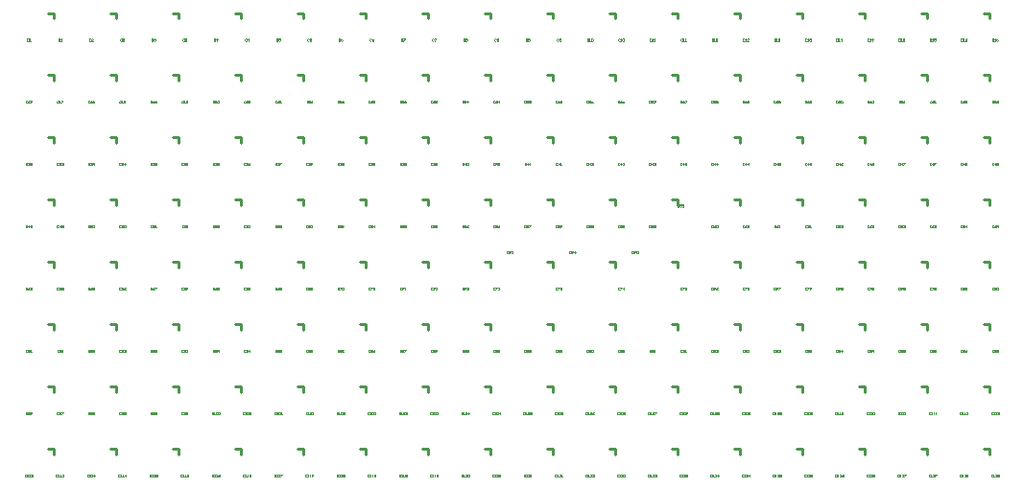
<source format=gto>
G04*
G04 #@! TF.GenerationSoftware,Altium Limited,CircuitMaker,2.3.0 (3)*
G04*
G04 Layer_Color=15132400*
%FSLAX25Y25*%
%MOIN*%
G70*
G04*
G04 #@! TF.SameCoordinates,2CB11315-EA6C-4568-8D24-B69FFBB62024*
G04*
G04*
G04 #@! TF.FilePolarity,Positive*
G04*
G01*
G75*
%ADD10C,0.01000*%
%ADD11C,0.00394*%
D10*
X399152Y121093D02*
X401120D01*
Y119125D02*
Y121093D01*
X420805D02*
X422774D01*
Y119125D02*
Y121093D01*
X442459D02*
X444427D01*
Y119125D02*
Y121093D01*
X442459Y142747D02*
X444427D01*
Y140778D02*
Y142747D01*
X420805D02*
X422774D01*
Y140778D02*
Y142747D01*
X399152D02*
X401120D01*
Y140778D02*
Y142747D01*
X377498D02*
X379467D01*
Y140778D02*
Y142747D01*
X377498Y121093D02*
X379467D01*
Y119125D02*
Y121093D01*
X355845D02*
X357813D01*
Y119125D02*
Y121093D01*
X355845Y142747D02*
X357813D01*
Y140778D02*
Y142747D01*
X399152Y164400D02*
X401120D01*
Y162432D02*
Y164400D01*
X420805D02*
X422774D01*
Y162432D02*
Y164400D01*
X442459D02*
X444427D01*
Y162432D02*
Y164400D01*
X377498D02*
X379467D01*
Y162432D02*
Y164400D01*
X355845D02*
X357813D01*
Y162432D02*
Y164400D01*
X225923Y121093D02*
X227892D01*
Y119125D02*
Y121093D01*
X247577D02*
X249546D01*
Y119125D02*
Y121093D01*
X269231D02*
X271199D01*
Y119125D02*
Y121093D01*
X290884D02*
X292853D01*
Y119125D02*
Y121093D01*
X312538D02*
X314506D01*
Y119125D02*
Y121093D01*
X334191D02*
X336160D01*
Y119125D02*
Y121093D01*
X334191Y142747D02*
X336160D01*
Y140778D02*
Y142747D01*
X312538D02*
X314506D01*
Y140778D02*
Y142747D01*
X290884D02*
X292853D01*
Y140778D02*
Y142747D01*
X269231D02*
X271199D01*
Y140778D02*
Y142747D01*
X247577D02*
X249546D01*
Y140778D02*
Y142747D01*
X225923D02*
X227892D01*
Y140778D02*
Y142747D01*
X225923Y164400D02*
X227892D01*
Y162432D02*
Y164400D01*
X247577D02*
X249546D01*
Y162432D02*
Y164400D01*
X269231D02*
X271199D01*
Y162432D02*
Y164400D01*
X290884D02*
X292853D01*
Y162432D02*
Y164400D01*
X312538D02*
X314506D01*
Y162432D02*
Y164400D01*
X334191D02*
X336160D01*
Y162432D02*
Y164400D01*
X139309Y142747D02*
X141278D01*
Y140778D02*
Y142747D01*
X182616Y121093D02*
X184585D01*
Y119125D02*
Y121093D01*
X139309D02*
X141278D01*
Y119125D02*
Y121093D01*
X160963D02*
X162931D01*
Y119125D02*
Y121093D01*
X160963Y142747D02*
X162931D01*
Y140778D02*
Y142747D01*
X182616D02*
X184585D01*
Y140778D02*
Y142747D01*
X117656D02*
X119624D01*
Y140778D02*
Y142747D01*
X117656Y121093D02*
X119624D01*
Y119125D02*
Y121093D01*
X204270D02*
X206238D01*
Y119125D02*
Y121093D01*
X204270Y142747D02*
X206238D01*
Y140778D02*
Y142747D01*
X204270Y164400D02*
X206238D01*
Y162432D02*
Y164400D01*
X182616D02*
X184585D01*
Y162432D02*
Y164400D01*
X160963D02*
X162931D01*
Y162432D02*
Y164400D01*
X139309D02*
X141278D01*
Y162432D02*
Y164400D01*
X117656D02*
X119624D01*
Y162432D02*
Y164400D01*
X160963Y186054D02*
X162931D01*
Y184085D02*
Y186054D01*
X139309D02*
X141278D01*
Y184085D02*
Y186054D01*
X117656D02*
X119624D01*
Y184085D02*
Y186054D01*
X117656Y207707D02*
X119624D01*
Y205739D02*
Y207707D01*
X139309D02*
X141278D01*
Y205739D02*
Y207707D01*
X160963D02*
X162931D01*
Y205739D02*
Y207707D01*
X247577Y186054D02*
X249546D01*
Y184085D02*
Y186054D01*
X225923D02*
X227892D01*
Y184085D02*
Y186054D01*
X204270D02*
X206238D01*
Y184085D02*
Y186054D01*
X182616D02*
X184585D01*
Y184085D02*
Y186054D01*
X182616Y207707D02*
X184585D01*
Y205739D02*
Y207707D01*
X204270D02*
X206238D01*
Y205739D02*
Y207707D01*
X225923D02*
X227892D01*
Y205739D02*
Y207707D01*
X247577D02*
X249546D01*
Y205739D02*
Y207707D01*
X334191D02*
X336160D01*
Y205739D02*
Y207707D01*
X312538D02*
X314506D01*
Y205739D02*
Y207707D01*
X290884D02*
X292853D01*
Y205739D02*
Y207707D01*
X269231D02*
X271199D01*
Y205739D02*
Y207707D01*
X269231Y186054D02*
X271199D01*
Y184085D02*
Y186054D01*
X355845D02*
X357813D01*
Y184085D02*
Y186054D01*
X355845Y207707D02*
X357813D01*
Y205739D02*
Y207707D01*
X399152Y186054D02*
X401120D01*
Y184085D02*
Y186054D01*
X377498D02*
X379467D01*
Y184085D02*
Y186054D01*
X377498Y207707D02*
X379467D01*
Y205739D02*
Y207707D01*
X399152D02*
X401120D01*
Y205739D02*
Y207707D01*
X420805D02*
X422774D01*
Y205739D02*
Y207707D01*
X442459D02*
X444427D01*
Y205739D02*
Y207707D01*
X420805Y186054D02*
X422774D01*
Y184085D02*
Y186054D01*
X442459D02*
X444427D01*
Y184085D02*
Y186054D01*
X420805Y229361D02*
X422774D01*
Y227393D02*
Y229361D01*
X399152D02*
X401120D01*
Y227393D02*
Y229361D01*
X377498D02*
X379467D01*
Y227393D02*
Y229361D01*
X377498Y251014D02*
X379467D01*
Y249046D02*
Y251014D01*
X399152D02*
X401120D01*
Y249046D02*
Y251014D01*
X420805D02*
X422774D01*
Y249046D02*
Y251014D01*
X442459D02*
X444427D01*
Y249046D02*
Y251014D01*
X442459Y229361D02*
X444427D01*
Y227393D02*
Y229361D01*
X290884D02*
X292853D01*
Y227393D02*
Y229361D01*
X312538D02*
X314506D01*
Y227393D02*
Y229361D01*
X334191D02*
X336160D01*
Y227393D02*
Y229361D01*
X355845D02*
X357813D01*
Y227393D02*
Y229361D01*
X355845Y251014D02*
X357813D01*
Y249046D02*
Y251014D01*
X334191D02*
X336160D01*
Y249046D02*
Y251014D01*
X312538D02*
X314506D01*
Y249046D02*
Y251014D01*
X290884D02*
X292853D01*
Y249046D02*
Y251014D01*
X269231D02*
X271199D01*
Y249046D02*
Y251014D01*
X247577D02*
X249546D01*
Y249046D02*
Y251014D01*
X225923D02*
X227892D01*
Y249046D02*
Y251014D01*
X204270D02*
X206238D01*
Y249046D02*
Y251014D01*
X204270Y229361D02*
X206238D01*
Y227393D02*
Y229361D01*
X225923D02*
X227892D01*
Y227393D02*
Y229361D01*
X247577D02*
X249546D01*
Y227393D02*
Y229361D01*
X269231D02*
X271199D01*
Y227393D02*
Y229361D01*
X160963Y251014D02*
X162931D01*
Y249046D02*
Y251014D01*
X182616D02*
X184585D01*
Y249046D02*
Y251014D01*
X182616Y229361D02*
X184585D01*
Y227393D02*
Y229361D01*
X160963D02*
X162931D01*
Y227393D02*
Y229361D01*
X139309D02*
X141278D01*
Y227393D02*
Y229361D01*
X117656D02*
X119624D01*
Y227393D02*
Y229361D01*
X139309Y251014D02*
X141278D01*
Y249046D02*
Y251014D01*
X117656D02*
X119624D01*
Y249046D02*
Y251014D01*
X117656Y272668D02*
X119624D01*
Y270700D02*
Y272668D01*
X139309D02*
X141278D01*
Y270700D02*
Y272668D01*
X160963D02*
X162931D01*
Y270700D02*
Y272668D01*
X182616D02*
X184585D01*
Y270700D02*
Y272668D01*
X204270D02*
X206238D01*
Y270700D02*
Y272668D01*
X225923D02*
X227892D01*
Y270700D02*
Y272668D01*
X247577D02*
X249546D01*
Y270700D02*
Y272668D01*
X269231D02*
X271199D01*
Y270700D02*
Y272668D01*
X290884D02*
X292853D01*
Y270700D02*
Y272668D01*
X312538D02*
X314506D01*
Y270700D02*
Y272668D01*
X334191D02*
X336160D01*
Y270700D02*
Y272668D01*
X355845D02*
X357813D01*
Y270700D02*
Y272668D01*
X377498D02*
X379467D01*
Y270700D02*
Y272668D01*
X399152D02*
X401120D01*
Y270700D02*
Y272668D01*
X420805D02*
X422774D01*
Y270700D02*
Y272668D01*
X442459D02*
X444427D01*
Y270700D02*
Y272668D01*
X336160Y184085D02*
Y186054D01*
X334191D02*
X336160D01*
X314506Y184085D02*
Y186054D01*
X312538D02*
X314506D01*
X292853Y184085D02*
Y186054D01*
X290884D02*
X292853D01*
D11*
X434252Y112205D02*
Y111417D01*
X434646D01*
X434777Y111549D01*
Y112073D01*
X434646Y112205D01*
X434252D01*
X435040Y111417D02*
X435302D01*
X435171D01*
Y112205D01*
X435040Y112073D01*
X436220Y111417D02*
X435696D01*
X436220Y111942D01*
Y112073D01*
X436089Y112205D01*
X435827D01*
X435696Y112073D01*
X436483D02*
X436614Y112205D01*
X436876D01*
X437007Y112073D01*
Y111942D01*
X436876Y111811D01*
X437007Y111680D01*
Y111549D01*
X436876Y111417D01*
X436614D01*
X436483Y111549D01*
Y111680D01*
X436614Y111811D01*
X436483Y111942D01*
Y112073D01*
X436614Y111811D02*
X436876D01*
X412599Y112205D02*
Y111417D01*
X412992D01*
X413124Y111549D01*
Y112073D01*
X412992Y112205D01*
X412599D01*
X413386Y111417D02*
X413648D01*
X413517D01*
Y112205D01*
X413386Y112073D01*
X414567Y111417D02*
X414042D01*
X414567Y111942D01*
Y112073D01*
X414435Y112205D01*
X414173D01*
X414042Y112073D01*
X414829Y112205D02*
X415354D01*
Y112073D01*
X414829Y111549D01*
Y111417D01*
X390945Y112205D02*
Y111417D01*
X391339D01*
X391470Y111549D01*
Y112073D01*
X391339Y112205D01*
X390945D01*
X391733Y111417D02*
X391995D01*
X391864D01*
Y112205D01*
X391733Y112073D01*
X392913Y111417D02*
X392388D01*
X392913Y111942D01*
Y112073D01*
X392782Y112205D01*
X392520D01*
X392388Y112073D01*
X393700Y112205D02*
X393438Y112073D01*
X393176Y111811D01*
Y111549D01*
X393307Y111417D01*
X393569D01*
X393700Y111549D01*
Y111680D01*
X393569Y111811D01*
X393176D01*
X369292Y112205D02*
Y111417D01*
X369685D01*
X369817Y111549D01*
Y112073D01*
X369685Y112205D01*
X369292D01*
X370079Y111417D02*
X370341D01*
X370210D01*
Y112205D01*
X370079Y112073D01*
X371260Y111417D02*
X370735D01*
X371260Y111942D01*
Y112073D01*
X371129Y112205D01*
X370866D01*
X370735Y112073D01*
X372047Y112205D02*
X371522D01*
Y111811D01*
X371784Y111942D01*
X371916D01*
X372047Y111811D01*
Y111549D01*
X371916Y111417D01*
X371653D01*
X371522Y111549D01*
X347638Y112205D02*
Y111417D01*
X348032D01*
X348163Y111549D01*
Y112073D01*
X348032Y112205D01*
X347638D01*
X348425Y111417D02*
X348688D01*
X348557D01*
Y112205D01*
X348425Y112073D01*
X349606Y111417D02*
X349081D01*
X349606Y111942D01*
Y112073D01*
X349475Y112205D01*
X349213D01*
X349081Y112073D01*
X350262Y111417D02*
Y112205D01*
X349868Y111811D01*
X350393D01*
X325985Y112205D02*
Y111417D01*
X326378D01*
X326509Y111549D01*
Y112073D01*
X326378Y112205D01*
X325985D01*
X326772Y111417D02*
X327034D01*
X326903D01*
Y112205D01*
X326772Y112073D01*
X327953Y111417D02*
X327428D01*
X327953Y111942D01*
Y112073D01*
X327821Y112205D01*
X327559D01*
X327428Y112073D01*
X328215D02*
X328346Y112205D01*
X328608D01*
X328740Y112073D01*
Y111942D01*
X328608Y111811D01*
X328477D01*
X328608D01*
X328740Y111680D01*
Y111549D01*
X328608Y111417D01*
X328346D01*
X328215Y111549D01*
X304331Y112205D02*
Y111417D01*
X304725D01*
X304856Y111549D01*
Y112073D01*
X304725Y112205D01*
X304331D01*
X305118Y111417D02*
X305381D01*
X305250D01*
Y112205D01*
X305118Y112073D01*
X306299Y111417D02*
X305774D01*
X306299Y111942D01*
Y112073D01*
X306168Y112205D01*
X305906D01*
X305774Y112073D01*
X307086Y111417D02*
X306561D01*
X307086Y111942D01*
Y112073D01*
X306955Y112205D01*
X306693D01*
X306561Y112073D01*
X282809Y112205D02*
Y111417D01*
X283202D01*
X283334Y111549D01*
Y112073D01*
X283202Y112205D01*
X282809D01*
X283596Y111417D02*
X283858D01*
X283727D01*
Y112205D01*
X283596Y112073D01*
X284777Y111417D02*
X284252D01*
X284777Y111942D01*
Y112073D01*
X284646Y112205D01*
X284383D01*
X284252Y112073D01*
X285039Y111417D02*
X285301D01*
X285170D01*
Y112205D01*
X285039Y112073D01*
X261024Y112205D02*
Y111417D01*
X261418D01*
X261549Y111549D01*
Y112073D01*
X261418Y112205D01*
X261024D01*
X261811Y111417D02*
X262074D01*
X261942D01*
Y112205D01*
X261811Y112073D01*
X262992Y111417D02*
X262467D01*
X262992Y111942D01*
Y112073D01*
X262861Y112205D01*
X262598D01*
X262467Y112073D01*
X263254D02*
X263386Y112205D01*
X263648D01*
X263779Y112073D01*
Y111549D01*
X263648Y111417D01*
X263386D01*
X263254Y111549D01*
Y112073D01*
X239436Y112205D02*
Y111417D01*
X239830D01*
X239961Y111549D01*
Y112073D01*
X239830Y112205D01*
X239436D01*
X240223Y111417D02*
X240486D01*
X240354D01*
Y112205D01*
X240223Y112073D01*
X240879Y111417D02*
X241142D01*
X241010D01*
Y112205D01*
X240879Y112073D01*
X241535Y111549D02*
X241666Y111417D01*
X241929D01*
X242060Y111549D01*
Y112073D01*
X241929Y112205D01*
X241666D01*
X241535Y112073D01*
Y111942D01*
X241666Y111811D01*
X242060D01*
X217783Y112205D02*
Y111417D01*
X218176D01*
X218307Y111549D01*
Y112073D01*
X218176Y112205D01*
X217783D01*
X218570Y111417D02*
X218832D01*
X218701D01*
Y112205D01*
X218570Y112073D01*
X219226Y111417D02*
X219488D01*
X219357D01*
Y112205D01*
X219226Y112073D01*
X219882D02*
X220013Y112205D01*
X220275D01*
X220406Y112073D01*
Y111942D01*
X220275Y111811D01*
X220406Y111680D01*
Y111549D01*
X220275Y111417D01*
X220013D01*
X219882Y111549D01*
Y111680D01*
X220013Y111811D01*
X219882Y111942D01*
Y112073D01*
X220013Y111811D02*
X220275D01*
X196129Y112205D02*
Y111417D01*
X196523D01*
X196654Y111549D01*
Y112073D01*
X196523Y112205D01*
X196129D01*
X196916Y111417D02*
X197179D01*
X197047D01*
Y112205D01*
X196916Y112073D01*
X197572Y111417D02*
X197835D01*
X197703D01*
Y112205D01*
X197572Y112073D01*
X198228Y112205D02*
X198753D01*
Y112073D01*
X198228Y111549D01*
Y111417D01*
X174476Y112205D02*
Y111417D01*
X174869D01*
X175000Y111549D01*
Y112073D01*
X174869Y112205D01*
X174476D01*
X175263Y111417D02*
X175525D01*
X175394D01*
Y112205D01*
X175263Y112073D01*
X175919Y111417D02*
X176181D01*
X176050D01*
Y112205D01*
X175919Y112073D01*
X177099Y112205D02*
X176837Y112073D01*
X176575Y111811D01*
Y111549D01*
X176706Y111417D01*
X176968D01*
X177099Y111549D01*
Y111680D01*
X176968Y111811D01*
X176575D01*
X152822Y112205D02*
Y111417D01*
X153216D01*
X153347Y111549D01*
Y112073D01*
X153216Y112205D01*
X152822D01*
X153609Y111417D02*
X153872D01*
X153740D01*
Y112205D01*
X153609Y112073D01*
X154265Y111417D02*
X154527D01*
X154396D01*
Y112205D01*
X154265Y112073D01*
X155446Y112205D02*
X154921D01*
Y111811D01*
X155183Y111942D01*
X155315D01*
X155446Y111811D01*
Y111549D01*
X155315Y111417D01*
X155052D01*
X154921Y111549D01*
X131168Y112205D02*
Y111417D01*
X131562D01*
X131693Y111549D01*
Y112073D01*
X131562Y112205D01*
X131168D01*
X131956Y111417D02*
X132218D01*
X132087D01*
Y112205D01*
X131956Y112073D01*
X132612Y111417D02*
X132874D01*
X132743D01*
Y112205D01*
X132612Y112073D01*
X133661Y111417D02*
Y112205D01*
X133267Y111811D01*
X133792D01*
X109515Y112205D02*
Y111417D01*
X109908D01*
X110040Y111549D01*
Y112073D01*
X109908Y112205D01*
X109515D01*
X110302Y111417D02*
X110564D01*
X110433D01*
Y112205D01*
X110302Y112073D01*
X110958Y111417D02*
X111220D01*
X111089D01*
Y112205D01*
X110958Y112073D01*
X111614D02*
X111745Y112205D01*
X112007D01*
X112139Y112073D01*
Y111942D01*
X112007Y111811D01*
X111876D01*
X112007D01*
X112139Y111680D01*
Y111549D01*
X112007Y111417D01*
X111745D01*
X111614Y111549D01*
X434318Y133858D02*
Y133071D01*
X434712D01*
X434843Y133202D01*
Y133727D01*
X434712Y133858D01*
X434318D01*
X435105Y133071D02*
X435368D01*
X435236D01*
Y133858D01*
X435105Y133727D01*
X435761Y133071D02*
X436024D01*
X435892D01*
Y133858D01*
X435761Y133727D01*
X436942Y133071D02*
X436417D01*
X436942Y133596D01*
Y133727D01*
X436811Y133858D01*
X436548D01*
X436417Y133727D01*
X412796Y133858D02*
Y133071D01*
X413189D01*
X413320Y133202D01*
Y133727D01*
X413189Y133858D01*
X412796D01*
X413583Y133071D02*
X413845D01*
X413714D01*
Y133858D01*
X413583Y133727D01*
X414239Y133071D02*
X414501D01*
X414370D01*
Y133858D01*
X414239Y133727D01*
X414895Y133071D02*
X415157D01*
X415026D01*
Y133858D01*
X414895Y133727D01*
X391011Y133858D02*
Y133071D01*
X391405D01*
X391536Y133202D01*
Y133727D01*
X391405Y133858D01*
X391011D01*
X391798Y133071D02*
X392060D01*
X391929D01*
Y133858D01*
X391798Y133727D01*
X392454Y133071D02*
X392716D01*
X392585D01*
Y133858D01*
X392454Y133727D01*
X393110D02*
X393241Y133858D01*
X393503D01*
X393635Y133727D01*
Y133202D01*
X393503Y133071D01*
X393241D01*
X393110Y133202D01*
Y133727D01*
X369292Y133858D02*
Y133071D01*
X369685D01*
X369817Y133202D01*
Y133727D01*
X369685Y133858D01*
X369292D01*
X370079Y133071D02*
X370341D01*
X370210D01*
Y133858D01*
X370079Y133727D01*
X370735D02*
X370866Y133858D01*
X371129D01*
X371260Y133727D01*
Y133202D01*
X371129Y133071D01*
X370866D01*
X370735Y133202D01*
Y133727D01*
X371522Y133202D02*
X371653Y133071D01*
X371916D01*
X372047Y133202D01*
Y133727D01*
X371916Y133858D01*
X371653D01*
X371522Y133727D01*
Y133596D01*
X371653Y133465D01*
X372047D01*
X347638Y133858D02*
Y133071D01*
X348032D01*
X348163Y133202D01*
Y133727D01*
X348032Y133858D01*
X347638D01*
X348425Y133071D02*
X348688D01*
X348557D01*
Y133858D01*
X348425Y133727D01*
X349081D02*
X349213Y133858D01*
X349475D01*
X349606Y133727D01*
Y133202D01*
X349475Y133071D01*
X349213D01*
X349081Y133202D01*
Y133727D01*
X349868D02*
X350000Y133858D01*
X350262D01*
X350393Y133727D01*
Y133596D01*
X350262Y133465D01*
X350393Y133333D01*
Y133202D01*
X350262Y133071D01*
X350000D01*
X349868Y133202D01*
Y133333D01*
X350000Y133465D01*
X349868Y133596D01*
Y133727D01*
X350000Y133465D02*
X350262D01*
X325985Y133858D02*
Y133071D01*
X326378D01*
X326509Y133202D01*
Y133727D01*
X326378Y133858D01*
X325985D01*
X326772Y133071D02*
X327034D01*
X326903D01*
Y133858D01*
X326772Y133727D01*
X327428D02*
X327559Y133858D01*
X327821D01*
X327953Y133727D01*
Y133202D01*
X327821Y133071D01*
X327559D01*
X327428Y133202D01*
Y133727D01*
X328215Y133858D02*
X328740D01*
Y133727D01*
X328215Y133202D01*
Y133071D01*
X304331Y133858D02*
Y133071D01*
X304725D01*
X304856Y133202D01*
Y133727D01*
X304725Y133858D01*
X304331D01*
X305118Y133071D02*
X305381D01*
X305250D01*
Y133858D01*
X305118Y133727D01*
X305774D02*
X305906Y133858D01*
X306168D01*
X306299Y133727D01*
Y133202D01*
X306168Y133071D01*
X305906D01*
X305774Y133202D01*
Y133727D01*
X307086Y133858D02*
X306824Y133727D01*
X306561Y133465D01*
Y133202D01*
X306693Y133071D01*
X306955D01*
X307086Y133202D01*
Y133333D01*
X306955Y133465D01*
X306561D01*
X282678Y133858D02*
Y133071D01*
X283071D01*
X283202Y133202D01*
Y133727D01*
X283071Y133858D01*
X282678D01*
X283465Y133071D02*
X283727D01*
X283596D01*
Y133858D01*
X283465Y133727D01*
X284121D02*
X284252Y133858D01*
X284514D01*
X284646Y133727D01*
Y133202D01*
X284514Y133071D01*
X284252D01*
X284121Y133202D01*
Y133727D01*
X285433Y133858D02*
X284908D01*
Y133465D01*
X285170Y133596D01*
X285301D01*
X285433Y133465D01*
Y133202D01*
X285301Y133071D01*
X285039D01*
X284908Y133202D01*
X261024Y133858D02*
Y133071D01*
X261418D01*
X261549Y133202D01*
Y133727D01*
X261418Y133858D01*
X261024D01*
X261811Y133071D02*
X262074D01*
X261942D01*
Y133858D01*
X261811Y133727D01*
X262467D02*
X262598Y133858D01*
X262861D01*
X262992Y133727D01*
Y133202D01*
X262861Y133071D01*
X262598D01*
X262467Y133202D01*
Y133727D01*
X263648Y133071D02*
Y133858D01*
X263254Y133465D01*
X263779D01*
X239370Y133858D02*
Y133071D01*
X239764D01*
X239895Y133202D01*
Y133727D01*
X239764Y133858D01*
X239370D01*
X240158Y133071D02*
X240420D01*
X240289D01*
Y133858D01*
X240158Y133727D01*
X240814D02*
X240945Y133858D01*
X241207D01*
X241338Y133727D01*
Y133202D01*
X241207Y133071D01*
X240945D01*
X240814Y133202D01*
Y133727D01*
X241601D02*
X241732Y133858D01*
X241994D01*
X242126Y133727D01*
Y133596D01*
X241994Y133465D01*
X241863D01*
X241994D01*
X242126Y133333D01*
Y133202D01*
X241994Y133071D01*
X241732D01*
X241601Y133202D01*
X217717Y133858D02*
Y133071D01*
X218111D01*
X218242Y133202D01*
Y133727D01*
X218111Y133858D01*
X217717D01*
X218504Y133071D02*
X218766D01*
X218635D01*
Y133858D01*
X218504Y133727D01*
X219160D02*
X219291Y133858D01*
X219554D01*
X219685Y133727D01*
Y133202D01*
X219554Y133071D01*
X219291D01*
X219160Y133202D01*
Y133727D01*
X220472Y133071D02*
X219947D01*
X220472Y133596D01*
Y133727D01*
X220341Y133858D01*
X220078D01*
X219947Y133727D01*
X196195Y133858D02*
Y133071D01*
X196588D01*
X196719Y133202D01*
Y133727D01*
X196588Y133858D01*
X196195D01*
X196982Y133071D02*
X197244D01*
X197113D01*
Y133858D01*
X196982Y133727D01*
X197638D02*
X197769Y133858D01*
X198031D01*
X198162Y133727D01*
Y133202D01*
X198031Y133071D01*
X197769D01*
X197638Y133202D01*
Y133727D01*
X198425Y133071D02*
X198687D01*
X198556D01*
Y133858D01*
X198425Y133727D01*
X174410Y133858D02*
Y133071D01*
X174803D01*
X174935Y133202D01*
Y133727D01*
X174803Y133858D01*
X174410D01*
X175197Y133071D02*
X175459D01*
X175328D01*
Y133858D01*
X175197Y133727D01*
X175853D02*
X175984Y133858D01*
X176247D01*
X176378Y133727D01*
Y133202D01*
X176247Y133071D01*
X175984D01*
X175853Y133202D01*
Y133727D01*
X176640D02*
X176771Y133858D01*
X177034D01*
X177165Y133727D01*
Y133202D01*
X177034Y133071D01*
X176771D01*
X176640Y133202D01*
Y133727D01*
X153084Y133858D02*
Y133071D01*
X153478D01*
X153609Y133202D01*
Y133727D01*
X153478Y133858D01*
X153084D01*
X153872Y133202D02*
X154003Y133071D01*
X154265D01*
X154396Y133202D01*
Y133727D01*
X154265Y133858D01*
X154003D01*
X153872Y133727D01*
Y133596D01*
X154003Y133465D01*
X154396D01*
X154659Y133202D02*
X154790Y133071D01*
X155052D01*
X155183Y133202D01*
Y133727D01*
X155052Y133858D01*
X154790D01*
X154659Y133727D01*
Y133596D01*
X154790Y133465D01*
X155183D01*
X131431Y133858D02*
Y133071D01*
X131824D01*
X131956Y133202D01*
Y133727D01*
X131824Y133858D01*
X131431D01*
X132218Y133202D02*
X132349Y133071D01*
X132612D01*
X132743Y133202D01*
Y133727D01*
X132612Y133858D01*
X132349D01*
X132218Y133727D01*
Y133596D01*
X132349Y133465D01*
X132743D01*
X133005Y133727D02*
X133136Y133858D01*
X133399D01*
X133530Y133727D01*
Y133596D01*
X133399Y133465D01*
X133530Y133333D01*
Y133202D01*
X133399Y133071D01*
X133136D01*
X133005Y133202D01*
Y133333D01*
X133136Y133465D01*
X133005Y133596D01*
Y133727D01*
X133136Y133465D02*
X133399D01*
X109777Y133858D02*
Y133071D01*
X110171D01*
X110302Y133202D01*
Y133727D01*
X110171Y133858D01*
X109777D01*
X110564Y133202D02*
X110696Y133071D01*
X110958D01*
X111089Y133202D01*
Y133727D01*
X110958Y133858D01*
X110696D01*
X110564Y133727D01*
Y133596D01*
X110696Y133465D01*
X111089D01*
X111352Y133858D02*
X111876D01*
Y133727D01*
X111352Y133202D01*
Y133071D01*
X434580Y155512D02*
Y154725D01*
X434974D01*
X435105Y154856D01*
Y155380D01*
X434974Y155512D01*
X434580D01*
X435367Y154856D02*
X435499Y154725D01*
X435761D01*
X435892Y154856D01*
Y155380D01*
X435761Y155512D01*
X435499D01*
X435367Y155380D01*
Y155249D01*
X435499Y155118D01*
X435892D01*
X436679Y155512D02*
X436417Y155380D01*
X436155Y155118D01*
Y154856D01*
X436286Y154725D01*
X436548D01*
X436679Y154856D01*
Y154987D01*
X436548Y155118D01*
X436155D01*
X412927Y155512D02*
Y154725D01*
X413320D01*
X413452Y154856D01*
Y155380D01*
X413320Y155512D01*
X412927D01*
X413714Y154856D02*
X413845Y154725D01*
X414108D01*
X414239Y154856D01*
Y155380D01*
X414108Y155512D01*
X413845D01*
X413714Y155380D01*
Y155249D01*
X413845Y155118D01*
X414239D01*
X415026Y155512D02*
X414501D01*
Y155118D01*
X414763Y155249D01*
X414895D01*
X415026Y155118D01*
Y154856D01*
X414895Y154725D01*
X414632D01*
X414501Y154856D01*
X391273Y155512D02*
Y154725D01*
X391667D01*
X391798Y154856D01*
Y155380D01*
X391667Y155512D01*
X391273D01*
X392060Y154856D02*
X392192Y154725D01*
X392454D01*
X392585Y154856D01*
Y155380D01*
X392454Y155512D01*
X392192D01*
X392060Y155380D01*
Y155249D01*
X392192Y155118D01*
X392585D01*
X393241Y154725D02*
Y155512D01*
X392848Y155118D01*
X393372D01*
X369620Y155512D02*
Y154725D01*
X370013D01*
X370145Y154856D01*
Y155380D01*
X370013Y155512D01*
X369620D01*
X370407Y154856D02*
X370538Y154725D01*
X370800D01*
X370932Y154856D01*
Y155380D01*
X370800Y155512D01*
X370538D01*
X370407Y155380D01*
Y155249D01*
X370538Y155118D01*
X370932D01*
X371194Y155380D02*
X371325Y155512D01*
X371588D01*
X371719Y155380D01*
Y155249D01*
X371588Y155118D01*
X371456D01*
X371588D01*
X371719Y154987D01*
Y154856D01*
X371588Y154725D01*
X371325D01*
X371194Y154856D01*
X347966Y155512D02*
Y154725D01*
X348360D01*
X348491Y154856D01*
Y155380D01*
X348360Y155512D01*
X347966D01*
X348753Y154856D02*
X348885Y154725D01*
X349147D01*
X349278Y154856D01*
Y155380D01*
X349147Y155512D01*
X348885D01*
X348753Y155380D01*
Y155249D01*
X348885Y155118D01*
X349278D01*
X350065Y154725D02*
X349540D01*
X350065Y155249D01*
Y155380D01*
X349934Y155512D01*
X349672D01*
X349540Y155380D01*
X326444Y155512D02*
Y154725D01*
X326837D01*
X326969Y154856D01*
Y155380D01*
X326837Y155512D01*
X326444D01*
X327231Y154856D02*
X327362Y154725D01*
X327625D01*
X327756Y154856D01*
Y155380D01*
X327625Y155512D01*
X327362D01*
X327231Y155380D01*
Y155249D01*
X327362Y155118D01*
X327756D01*
X328018Y154725D02*
X328280D01*
X328149D01*
Y155512D01*
X328018Y155380D01*
X304659Y155512D02*
Y154725D01*
X305053D01*
X305184Y154856D01*
Y155380D01*
X305053Y155512D01*
X304659D01*
X305446Y154856D02*
X305577Y154725D01*
X305840D01*
X305971Y154856D01*
Y155380D01*
X305840Y155512D01*
X305577D01*
X305446Y155380D01*
Y155249D01*
X305577Y155118D01*
X305971D01*
X306233Y155380D02*
X306365Y155512D01*
X306627D01*
X306758Y155380D01*
Y154856D01*
X306627Y154725D01*
X306365D01*
X306233Y154856D01*
Y155380D01*
X283006Y155512D02*
Y154725D01*
X283399D01*
X283530Y154856D01*
Y155380D01*
X283399Y155512D01*
X283006D01*
X283793Y155380D02*
X283924Y155512D01*
X284186D01*
X284317Y155380D01*
Y155249D01*
X284186Y155118D01*
X284317Y154987D01*
Y154856D01*
X284186Y154725D01*
X283924D01*
X283793Y154856D01*
Y154987D01*
X283924Y155118D01*
X283793Y155249D01*
Y155380D01*
X283924Y155118D02*
X284186D01*
X284580Y154856D02*
X284711Y154725D01*
X284974D01*
X285105Y154856D01*
Y155380D01*
X284974Y155512D01*
X284711D01*
X284580Y155380D01*
Y155249D01*
X284711Y155118D01*
X285105D01*
X261352Y155512D02*
Y154725D01*
X261746D01*
X261877Y154856D01*
Y155380D01*
X261746Y155512D01*
X261352D01*
X262139Y155380D02*
X262270Y155512D01*
X262533D01*
X262664Y155380D01*
Y155249D01*
X262533Y155118D01*
X262664Y154987D01*
Y154856D01*
X262533Y154725D01*
X262270D01*
X262139Y154856D01*
Y154987D01*
X262270Y155118D01*
X262139Y155249D01*
Y155380D01*
X262270Y155118D02*
X262533D01*
X262926Y155380D02*
X263057Y155512D01*
X263320D01*
X263451Y155380D01*
Y155249D01*
X263320Y155118D01*
X263451Y154987D01*
Y154856D01*
X263320Y154725D01*
X263057D01*
X262926Y154856D01*
Y154987D01*
X263057Y155118D01*
X262926Y155249D01*
Y155380D01*
X263057Y155118D02*
X263320D01*
X239699Y155512D02*
Y154725D01*
X240092D01*
X240223Y154856D01*
Y155380D01*
X240092Y155512D01*
X239699D01*
X240486Y155380D02*
X240617Y155512D01*
X240879D01*
X241010Y155380D01*
Y155249D01*
X240879Y155118D01*
X241010Y154987D01*
Y154856D01*
X240879Y154725D01*
X240617D01*
X240486Y154856D01*
Y154987D01*
X240617Y155118D01*
X240486Y155249D01*
Y155380D01*
X240617Y155118D02*
X240879D01*
X241273Y155512D02*
X241798D01*
Y155380D01*
X241273Y154856D01*
Y154725D01*
X218045Y155512D02*
Y154725D01*
X218439D01*
X218570Y154856D01*
Y155380D01*
X218439Y155512D01*
X218045D01*
X218832Y155380D02*
X218963Y155512D01*
X219226D01*
X219357Y155380D01*
Y155249D01*
X219226Y155118D01*
X219357Y154987D01*
Y154856D01*
X219226Y154725D01*
X218963D01*
X218832Y154856D01*
Y154987D01*
X218963Y155118D01*
X218832Y155249D01*
Y155380D01*
X218963Y155118D02*
X219226D01*
X220144Y155512D02*
X219882Y155380D01*
X219619Y155118D01*
Y154856D01*
X219750Y154725D01*
X220013D01*
X220144Y154856D01*
Y154987D01*
X220013Y155118D01*
X219619D01*
X196391Y155512D02*
Y154725D01*
X196785D01*
X196916Y154856D01*
Y155380D01*
X196785Y155512D01*
X196391D01*
X197179Y155380D02*
X197310Y155512D01*
X197572D01*
X197703Y155380D01*
Y155249D01*
X197572Y155118D01*
X197703Y154987D01*
Y154856D01*
X197572Y154725D01*
X197310D01*
X197179Y154856D01*
Y154987D01*
X197310Y155118D01*
X197179Y155249D01*
Y155380D01*
X197310Y155118D02*
X197572D01*
X198491Y155512D02*
X197966D01*
Y155118D01*
X198228Y155249D01*
X198359D01*
X198491Y155118D01*
Y154856D01*
X198359Y154725D01*
X198097D01*
X197966Y154856D01*
X174738Y155512D02*
Y154725D01*
X175131D01*
X175263Y154856D01*
Y155380D01*
X175131Y155512D01*
X174738D01*
X175525Y155380D02*
X175656Y155512D01*
X175919D01*
X176050Y155380D01*
Y155249D01*
X175919Y155118D01*
X176050Y154987D01*
Y154856D01*
X175919Y154725D01*
X175656D01*
X175525Y154856D01*
Y154987D01*
X175656Y155118D01*
X175525Y155249D01*
Y155380D01*
X175656Y155118D02*
X175919D01*
X176706Y154725D02*
Y155512D01*
X176312Y155118D01*
X176837D01*
X153084Y155512D02*
Y154725D01*
X153478D01*
X153609Y154856D01*
Y155380D01*
X153478Y155512D01*
X153084D01*
X153872Y155380D02*
X154003Y155512D01*
X154265D01*
X154396Y155380D01*
Y155249D01*
X154265Y155118D01*
X154396Y154987D01*
Y154856D01*
X154265Y154725D01*
X154003D01*
X153872Y154856D01*
Y154987D01*
X154003Y155118D01*
X153872Y155249D01*
Y155380D01*
X154003Y155118D02*
X154265D01*
X154659Y155380D02*
X154790Y155512D01*
X155052D01*
X155183Y155380D01*
Y155249D01*
X155052Y155118D01*
X154921D01*
X155052D01*
X155183Y154987D01*
Y154856D01*
X155052Y154725D01*
X154790D01*
X154659Y154856D01*
X131431Y155512D02*
Y154725D01*
X131824D01*
X131956Y154856D01*
Y155380D01*
X131824Y155512D01*
X131431D01*
X132218Y155380D02*
X132349Y155512D01*
X132612D01*
X132743Y155380D01*
Y155249D01*
X132612Y155118D01*
X132743Y154987D01*
Y154856D01*
X132612Y154725D01*
X132349D01*
X132218Y154856D01*
Y154987D01*
X132349Y155118D01*
X132218Y155249D01*
Y155380D01*
X132349Y155118D02*
X132612D01*
X133530Y154725D02*
X133005D01*
X133530Y155249D01*
Y155380D01*
X133399Y155512D01*
X133136D01*
X133005Y155380D01*
X109908Y155512D02*
Y154725D01*
X110302D01*
X110433Y154856D01*
Y155380D01*
X110302Y155512D01*
X109908D01*
X110696Y155380D02*
X110827Y155512D01*
X111089D01*
X111220Y155380D01*
Y155249D01*
X111089Y155118D01*
X111220Y154987D01*
Y154856D01*
X111089Y154725D01*
X110827D01*
X110696Y154856D01*
Y154987D01*
X110827Y155118D01*
X110696Y155249D01*
Y155380D01*
X110827Y155118D02*
X111089D01*
X111483Y154725D02*
X111745D01*
X111614D01*
Y155512D01*
X111483Y155380D01*
X434580Y177165D02*
Y176378D01*
X434974D01*
X435105Y176509D01*
Y177034D01*
X434974Y177165D01*
X434580D01*
X435367Y177034D02*
X435499Y177165D01*
X435761D01*
X435892Y177034D01*
Y176903D01*
X435761Y176772D01*
X435892Y176640D01*
Y176509D01*
X435761Y176378D01*
X435499D01*
X435367Y176509D01*
Y176640D01*
X435499Y176772D01*
X435367Y176903D01*
Y177034D01*
X435499Y176772D02*
X435761D01*
X436155Y177034D02*
X436286Y177165D01*
X436548D01*
X436679Y177034D01*
Y176509D01*
X436548Y176378D01*
X436286D01*
X436155Y176509D01*
Y177034D01*
X412927Y177165D02*
Y176378D01*
X413320D01*
X413452Y176509D01*
Y177034D01*
X413320Y177165D01*
X412927D01*
X413714D02*
X414239D01*
Y177034D01*
X413714Y176509D01*
Y176378D01*
X414501Y176509D02*
X414632Y176378D01*
X414895D01*
X415026Y176509D01*
Y177034D01*
X414895Y177165D01*
X414632D01*
X414501Y177034D01*
Y176903D01*
X414632Y176772D01*
X415026D01*
X391273Y177165D02*
Y176378D01*
X391667D01*
X391798Y176509D01*
Y177034D01*
X391667Y177165D01*
X391273D01*
X392060D02*
X392585D01*
Y177034D01*
X392060Y176509D01*
Y176378D01*
X392848Y177034D02*
X392979Y177165D01*
X393241D01*
X393372Y177034D01*
Y176903D01*
X393241Y176772D01*
X393372Y176640D01*
Y176509D01*
X393241Y176378D01*
X392979D01*
X392848Y176509D01*
Y176640D01*
X392979Y176772D01*
X392848Y176903D01*
Y177034D01*
X392979Y176772D02*
X393241D01*
X369620Y177165D02*
Y176378D01*
X370013D01*
X370145Y176509D01*
Y177034D01*
X370013Y177165D01*
X369620D01*
X370407D02*
X370932D01*
Y177034D01*
X370407Y176509D01*
Y176378D01*
X371194Y177165D02*
X371719D01*
Y177034D01*
X371194Y176509D01*
Y176378D01*
X347966Y177165D02*
Y176378D01*
X348360D01*
X348491Y176509D01*
Y177034D01*
X348360Y177165D01*
X347966D01*
X348753D02*
X349278D01*
Y177034D01*
X348753Y176509D01*
Y176378D01*
X350065Y177165D02*
X349803Y177034D01*
X349540Y176772D01*
Y176509D01*
X349672Y176378D01*
X349934D01*
X350065Y176509D01*
Y176640D01*
X349934Y176772D01*
X349540D01*
X320300Y189987D02*
Y189200D01*
X320694D01*
X320825Y189331D01*
Y189856D01*
X320694Y189987D01*
X320300D01*
X321087D02*
X321612D01*
Y189856D01*
X321087Y189331D01*
Y189200D01*
X322399Y189987D02*
X321874D01*
Y189594D01*
X322137Y189725D01*
X322268D01*
X322399Y189594D01*
Y189331D01*
X322268Y189200D01*
X322006D01*
X321874Y189331D01*
X298600Y189987D02*
Y189200D01*
X298994D01*
X299125Y189331D01*
Y189856D01*
X298994Y189987D01*
X298600D01*
X299387D02*
X299912D01*
Y189856D01*
X299387Y189331D01*
Y189200D01*
X300568D02*
Y189987D01*
X300174Y189594D01*
X300699D01*
X276900Y189987D02*
Y189200D01*
X277294D01*
X277425Y189331D01*
Y189856D01*
X277294Y189987D01*
X276900D01*
X277687D02*
X278212D01*
Y189856D01*
X277687Y189331D01*
Y189200D01*
X278474Y189856D02*
X278606Y189987D01*
X278868D01*
X278999Y189856D01*
Y189725D01*
X278868Y189594D01*
X278737D01*
X278868D01*
X278999Y189462D01*
Y189331D01*
X278868Y189200D01*
X278606D01*
X278474Y189331D01*
X261352Y177165D02*
Y176378D01*
X261746D01*
X261877Y176509D01*
Y177034D01*
X261746Y177165D01*
X261352D01*
X262139D02*
X262664D01*
Y177034D01*
X262139Y176509D01*
Y176378D01*
X263451D02*
X262926D01*
X263451Y176903D01*
Y177034D01*
X263320Y177165D01*
X263057D01*
X262926Y177034D01*
X239830Y177165D02*
Y176378D01*
X240223D01*
X240354Y176509D01*
Y177034D01*
X240223Y177165D01*
X239830D01*
X240617D02*
X241142D01*
Y177034D01*
X240617Y176509D01*
Y176378D01*
X241404D02*
X241666D01*
X241535D01*
Y177165D01*
X241404Y177034D01*
X218045Y177165D02*
Y176378D01*
X218439D01*
X218570Y176509D01*
Y177034D01*
X218439Y177165D01*
X218045D01*
X218832D02*
X219357D01*
Y177034D01*
X218832Y176509D01*
Y176378D01*
X219619Y177034D02*
X219750Y177165D01*
X220013D01*
X220144Y177034D01*
Y176509D01*
X220013Y176378D01*
X219750D01*
X219619Y176509D01*
Y177034D01*
X196391Y177165D02*
Y176378D01*
X196785D01*
X196916Y176509D01*
Y177034D01*
X196785Y177165D01*
X196391D01*
X197703D02*
X197441Y177034D01*
X197179Y176772D01*
Y176509D01*
X197310Y176378D01*
X197572D01*
X197703Y176509D01*
Y176640D01*
X197572Y176772D01*
X197179D01*
X197966Y176509D02*
X198097Y176378D01*
X198359D01*
X198491Y176509D01*
Y177034D01*
X198359Y177165D01*
X198097D01*
X197966Y177034D01*
Y176903D01*
X198097Y176772D01*
X198491D01*
X174738Y177165D02*
Y176378D01*
X175131D01*
X175263Y176509D01*
Y177034D01*
X175131Y177165D01*
X174738D01*
X176050D02*
X175787Y177034D01*
X175525Y176772D01*
Y176509D01*
X175656Y176378D01*
X175919D01*
X176050Y176509D01*
Y176640D01*
X175919Y176772D01*
X175525D01*
X176312Y177034D02*
X176443Y177165D01*
X176706D01*
X176837Y177034D01*
Y176903D01*
X176706Y176772D01*
X176837Y176640D01*
Y176509D01*
X176706Y176378D01*
X176443D01*
X176312Y176509D01*
Y176640D01*
X176443Y176772D01*
X176312Y176903D01*
Y177034D01*
X176443Y176772D02*
X176706D01*
X153084Y177165D02*
Y176378D01*
X153478D01*
X153609Y176509D01*
Y177034D01*
X153478Y177165D01*
X153084D01*
X154396D02*
X154134Y177034D01*
X153872Y176772D01*
Y176509D01*
X154003Y176378D01*
X154265D01*
X154396Y176509D01*
Y176640D01*
X154265Y176772D01*
X153872D01*
X154659Y177165D02*
X155183D01*
Y177034D01*
X154659Y176509D01*
Y176378D01*
X131431Y177165D02*
Y176378D01*
X131824D01*
X131956Y176509D01*
Y177034D01*
X131824Y177165D01*
X131431D01*
X132743D02*
X132480Y177034D01*
X132218Y176772D01*
Y176509D01*
X132349Y176378D01*
X132612D01*
X132743Y176509D01*
Y176640D01*
X132612Y176772D01*
X132218D01*
X133530Y177165D02*
X133267Y177034D01*
X133005Y176772D01*
Y176509D01*
X133136Y176378D01*
X133399D01*
X133530Y176509D01*
Y176640D01*
X133399Y176772D01*
X133005D01*
X109777Y177165D02*
Y176378D01*
X110171D01*
X110302Y176509D01*
Y177034D01*
X110171Y177165D01*
X109777D01*
X111089D02*
X110827Y177034D01*
X110564Y176772D01*
Y176509D01*
X110696Y176378D01*
X110958D01*
X111089Y176509D01*
Y176640D01*
X110958Y176772D01*
X110564D01*
X111876Y177165D02*
X111352D01*
Y176772D01*
X111614Y176903D01*
X111745D01*
X111876Y176772D01*
Y176509D01*
X111745Y176378D01*
X111483D01*
X111352Y176509D01*
X434580Y198819D02*
Y198032D01*
X434974D01*
X435105Y198163D01*
Y198688D01*
X434974Y198819D01*
X434580D01*
X435892D02*
X435630Y198688D01*
X435367Y198425D01*
Y198163D01*
X435499Y198032D01*
X435761D01*
X435892Y198163D01*
Y198294D01*
X435761Y198425D01*
X435367D01*
X436548Y198032D02*
Y198819D01*
X436155Y198425D01*
X436679D01*
X412927Y198819D02*
Y198032D01*
X413320D01*
X413452Y198163D01*
Y198688D01*
X413320Y198819D01*
X412927D01*
X414239D02*
X413976Y198688D01*
X413714Y198425D01*
Y198163D01*
X413845Y198032D01*
X414108D01*
X414239Y198163D01*
Y198294D01*
X414108Y198425D01*
X413714D01*
X414501Y198688D02*
X414632Y198819D01*
X414895D01*
X415026Y198688D01*
Y198556D01*
X414895Y198425D01*
X414763D01*
X414895D01*
X415026Y198294D01*
Y198163D01*
X414895Y198032D01*
X414632D01*
X414501Y198163D01*
X391273Y198819D02*
Y198032D01*
X391667D01*
X391798Y198163D01*
Y198688D01*
X391667Y198819D01*
X391273D01*
X392585D02*
X392323Y198688D01*
X392060Y198425D01*
Y198163D01*
X392192Y198032D01*
X392454D01*
X392585Y198163D01*
Y198294D01*
X392454Y198425D01*
X392060D01*
X393372Y198032D02*
X392848D01*
X393372Y198556D01*
Y198688D01*
X393241Y198819D01*
X392979D01*
X392848Y198688D01*
X369751Y198819D02*
Y198032D01*
X370145D01*
X370276Y198163D01*
Y198688D01*
X370145Y198819D01*
X369751D01*
X371063D02*
X370800Y198688D01*
X370538Y198425D01*
Y198163D01*
X370669Y198032D01*
X370932D01*
X371063Y198163D01*
Y198294D01*
X370932Y198425D01*
X370538D01*
X371325Y198032D02*
X371588D01*
X371456D01*
Y198819D01*
X371325Y198688D01*
X347966Y198819D02*
Y198032D01*
X348360D01*
X348491Y198163D01*
Y198688D01*
X348360Y198819D01*
X347966D01*
X349278D02*
X349016Y198688D01*
X348753Y198425D01*
Y198163D01*
X348885Y198032D01*
X349147D01*
X349278Y198163D01*
Y198294D01*
X349147Y198425D01*
X348753D01*
X349540Y198688D02*
X349672Y198819D01*
X349934D01*
X350065Y198688D01*
Y198163D01*
X349934Y198032D01*
X349672D01*
X349540Y198163D01*
Y198688D01*
X326313Y198819D02*
Y198032D01*
X326706D01*
X326837Y198163D01*
Y198688D01*
X326706Y198819D01*
X326313D01*
X327625D02*
X327100D01*
Y198425D01*
X327362Y198556D01*
X327493D01*
X327625Y198425D01*
Y198163D01*
X327493Y198032D01*
X327231D01*
X327100Y198163D01*
X327887D02*
X328018Y198032D01*
X328280D01*
X328412Y198163D01*
Y198688D01*
X328280Y198819D01*
X328018D01*
X327887Y198688D01*
Y198556D01*
X328018Y198425D01*
X328412D01*
X304659Y198819D02*
Y198032D01*
X305053D01*
X305184Y198163D01*
Y198688D01*
X305053Y198819D01*
X304659D01*
X305971D02*
X305446D01*
Y198425D01*
X305709Y198556D01*
X305840D01*
X305971Y198425D01*
Y198163D01*
X305840Y198032D01*
X305577D01*
X305446Y198163D01*
X306233Y198688D02*
X306365Y198819D01*
X306627D01*
X306758Y198688D01*
Y198556D01*
X306627Y198425D01*
X306758Y198294D01*
Y198163D01*
X306627Y198032D01*
X306365D01*
X306233Y198163D01*
Y198294D01*
X306365Y198425D01*
X306233Y198556D01*
Y198688D01*
X306365Y198425D02*
X306627D01*
X283006Y198819D02*
Y198032D01*
X283399D01*
X283530Y198163D01*
Y198688D01*
X283399Y198819D01*
X283006D01*
X284317D02*
X283793D01*
Y198425D01*
X284055Y198556D01*
X284186D01*
X284317Y198425D01*
Y198163D01*
X284186Y198032D01*
X283924D01*
X283793Y198163D01*
X284580Y198819D02*
X285105D01*
Y198688D01*
X284580Y198163D01*
Y198032D01*
X261352Y198819D02*
Y198032D01*
X261746D01*
X261877Y198163D01*
Y198688D01*
X261746Y198819D01*
X261352D01*
X262664D02*
X262139D01*
Y198425D01*
X262402Y198556D01*
X262533D01*
X262664Y198425D01*
Y198163D01*
X262533Y198032D01*
X262270D01*
X262139Y198163D01*
X263451Y198819D02*
X263189Y198688D01*
X262926Y198425D01*
Y198163D01*
X263057Y198032D01*
X263320D01*
X263451Y198163D01*
Y198294D01*
X263320Y198425D01*
X262926D01*
X239699Y198819D02*
Y198032D01*
X240092D01*
X240223Y198163D01*
Y198688D01*
X240092Y198819D01*
X239699D01*
X241010D02*
X240486D01*
Y198425D01*
X240748Y198556D01*
X240879D01*
X241010Y198425D01*
Y198163D01*
X240879Y198032D01*
X240617D01*
X240486Y198163D01*
X241798Y198819D02*
X241273D01*
Y198425D01*
X241535Y198556D01*
X241666D01*
X241798Y198425D01*
Y198163D01*
X241666Y198032D01*
X241404D01*
X241273Y198163D01*
X218045Y198819D02*
Y198032D01*
X218439D01*
X218570Y198163D01*
Y198688D01*
X218439Y198819D01*
X218045D01*
X219357D02*
X218832D01*
Y198425D01*
X219094Y198556D01*
X219226D01*
X219357Y198425D01*
Y198163D01*
X219226Y198032D01*
X218963D01*
X218832Y198163D01*
X220013Y198032D02*
Y198819D01*
X219619Y198425D01*
X220144D01*
X196391Y198819D02*
Y198032D01*
X196785D01*
X196916Y198163D01*
Y198688D01*
X196785Y198819D01*
X196391D01*
X197703D02*
X197179D01*
Y198425D01*
X197441Y198556D01*
X197572D01*
X197703Y198425D01*
Y198163D01*
X197572Y198032D01*
X197310D01*
X197179Y198163D01*
X197966Y198688D02*
X198097Y198819D01*
X198359D01*
X198491Y198688D01*
Y198556D01*
X198359Y198425D01*
X198228D01*
X198359D01*
X198491Y198294D01*
Y198163D01*
X198359Y198032D01*
X198097D01*
X197966Y198163D01*
X174738Y198819D02*
Y198032D01*
X175131D01*
X175263Y198163D01*
Y198688D01*
X175131Y198819D01*
X174738D01*
X176050D02*
X175525D01*
Y198425D01*
X175787Y198556D01*
X175919D01*
X176050Y198425D01*
Y198163D01*
X175919Y198032D01*
X175656D01*
X175525Y198163D01*
X176837Y198032D02*
X176312D01*
X176837Y198556D01*
Y198688D01*
X176706Y198819D01*
X176443D01*
X176312Y198688D01*
X153216Y198819D02*
Y198032D01*
X153609D01*
X153740Y198163D01*
Y198688D01*
X153609Y198819D01*
X153216D01*
X154527D02*
X154003D01*
Y198425D01*
X154265Y198556D01*
X154396D01*
X154527Y198425D01*
Y198163D01*
X154396Y198032D01*
X154134D01*
X154003Y198163D01*
X154790Y198032D02*
X155052D01*
X154921D01*
Y198819D01*
X154790Y198688D01*
X131431Y198819D02*
Y198032D01*
X131824D01*
X131956Y198163D01*
Y198688D01*
X131824Y198819D01*
X131431D01*
X132743D02*
X132218D01*
Y198425D01*
X132480Y198556D01*
X132612D01*
X132743Y198425D01*
Y198163D01*
X132612Y198032D01*
X132349D01*
X132218Y198163D01*
X133005Y198688D02*
X133136Y198819D01*
X133399D01*
X133530Y198688D01*
Y198163D01*
X133399Y198032D01*
X133136D01*
X133005Y198163D01*
Y198688D01*
X109777Y198819D02*
Y198032D01*
X110171D01*
X110302Y198163D01*
Y198688D01*
X110171Y198819D01*
X109777D01*
X110958Y198032D02*
Y198819D01*
X110564Y198425D01*
X111089D01*
X111352Y198163D02*
X111483Y198032D01*
X111745D01*
X111876Y198163D01*
Y198688D01*
X111745Y198819D01*
X111483D01*
X111352Y198688D01*
Y198556D01*
X111483Y198425D01*
X111876D01*
X434580Y220472D02*
Y219685D01*
X434974D01*
X435105Y219816D01*
Y220341D01*
X434974Y220472D01*
X434580D01*
X435761Y219685D02*
Y220472D01*
X435367Y220079D01*
X435892D01*
X436155Y220341D02*
X436286Y220472D01*
X436548D01*
X436679Y220341D01*
Y220210D01*
X436548Y220079D01*
X436679Y219948D01*
Y219816D01*
X436548Y219685D01*
X436286D01*
X436155Y219816D01*
Y219948D01*
X436286Y220079D01*
X436155Y220210D01*
Y220341D01*
X436286Y220079D02*
X436548D01*
X412927Y220472D02*
Y219685D01*
X413320D01*
X413452Y219816D01*
Y220341D01*
X413320Y220472D01*
X412927D01*
X414108Y219685D02*
Y220472D01*
X413714Y220079D01*
X414239D01*
X414501Y220472D02*
X415026D01*
Y220341D01*
X414501Y219816D01*
Y219685D01*
X391273Y220472D02*
Y219685D01*
X391667D01*
X391798Y219816D01*
Y220341D01*
X391667Y220472D01*
X391273D01*
X392454Y219685D02*
Y220472D01*
X392060Y220079D01*
X392585D01*
X393372Y220472D02*
X393110Y220341D01*
X392848Y220079D01*
Y219816D01*
X392979Y219685D01*
X393241D01*
X393372Y219816D01*
Y219948D01*
X393241Y220079D01*
X392848D01*
X369620Y220472D02*
Y219685D01*
X370013D01*
X370145Y219816D01*
Y220341D01*
X370013Y220472D01*
X369620D01*
X370800Y219685D02*
Y220472D01*
X370407Y220079D01*
X370932D01*
X371719Y220472D02*
X371194D01*
Y220079D01*
X371456Y220210D01*
X371588D01*
X371719Y220079D01*
Y219816D01*
X371588Y219685D01*
X371325D01*
X371194Y219816D01*
X347966Y220472D02*
Y219685D01*
X348360D01*
X348491Y219816D01*
Y220341D01*
X348360Y220472D01*
X347966D01*
X349147Y219685D02*
Y220472D01*
X348753Y220079D01*
X349278D01*
X349934Y219685D02*
Y220472D01*
X349540Y220079D01*
X350065D01*
X326313Y220472D02*
Y219685D01*
X326706D01*
X326837Y219816D01*
Y220341D01*
X326706Y220472D01*
X326313D01*
X327493Y219685D02*
Y220472D01*
X327100Y220079D01*
X327625D01*
X327887Y220341D02*
X328018Y220472D01*
X328280D01*
X328412Y220341D01*
Y220210D01*
X328280Y220079D01*
X328149D01*
X328280D01*
X328412Y219948D01*
Y219816D01*
X328280Y219685D01*
X328018D01*
X327887Y219816D01*
X304659Y220472D02*
Y219685D01*
X305053D01*
X305184Y219816D01*
Y220341D01*
X305053Y220472D01*
X304659D01*
X305840Y219685D02*
Y220472D01*
X305446Y220079D01*
X305971D01*
X306758Y219685D02*
X306233D01*
X306758Y220210D01*
Y220341D01*
X306627Y220472D01*
X306365D01*
X306233Y220341D01*
X283137Y220472D02*
Y219685D01*
X283530D01*
X283662Y219816D01*
Y220341D01*
X283530Y220472D01*
X283137D01*
X284317Y219685D02*
Y220472D01*
X283924Y220079D01*
X284449D01*
X284711Y219685D02*
X284974D01*
X284842D01*
Y220472D01*
X284711Y220341D01*
X261352Y220472D02*
Y219685D01*
X261746D01*
X261877Y219816D01*
Y220341D01*
X261746Y220472D01*
X261352D01*
X262533Y219685D02*
Y220472D01*
X262139Y220079D01*
X262664D01*
X262926Y220341D02*
X263057Y220472D01*
X263320D01*
X263451Y220341D01*
Y219816D01*
X263320Y219685D01*
X263057D01*
X262926Y219816D01*
Y220341D01*
X239699Y220472D02*
Y219685D01*
X240092D01*
X240223Y219816D01*
Y220341D01*
X240092Y220472D01*
X239699D01*
X240486Y220341D02*
X240617Y220472D01*
X240879D01*
X241010Y220341D01*
Y220210D01*
X240879Y220079D01*
X240748D01*
X240879D01*
X241010Y219948D01*
Y219816D01*
X240879Y219685D01*
X240617D01*
X240486Y219816D01*
X241273D02*
X241404Y219685D01*
X241666D01*
X241798Y219816D01*
Y220341D01*
X241666Y220472D01*
X241404D01*
X241273Y220341D01*
Y220210D01*
X241404Y220079D01*
X241798D01*
X218045Y220472D02*
Y219685D01*
X218439D01*
X218570Y219816D01*
Y220341D01*
X218439Y220472D01*
X218045D01*
X218832Y220341D02*
X218963Y220472D01*
X219226D01*
X219357Y220341D01*
Y220210D01*
X219226Y220079D01*
X219094D01*
X219226D01*
X219357Y219948D01*
Y219816D01*
X219226Y219685D01*
X218963D01*
X218832Y219816D01*
X219619Y220341D02*
X219750Y220472D01*
X220013D01*
X220144Y220341D01*
Y220210D01*
X220013Y220079D01*
X220144Y219948D01*
Y219816D01*
X220013Y219685D01*
X219750D01*
X219619Y219816D01*
Y219948D01*
X219750Y220079D01*
X219619Y220210D01*
Y220341D01*
X219750Y220079D02*
X220013D01*
X196391Y220472D02*
Y219685D01*
X196785D01*
X196916Y219816D01*
Y220341D01*
X196785Y220472D01*
X196391D01*
X197179Y220341D02*
X197310Y220472D01*
X197572D01*
X197703Y220341D01*
Y220210D01*
X197572Y220079D01*
X197441D01*
X197572D01*
X197703Y219948D01*
Y219816D01*
X197572Y219685D01*
X197310D01*
X197179Y219816D01*
X197966Y220472D02*
X198491D01*
Y220341D01*
X197966Y219816D01*
Y219685D01*
X174738Y220472D02*
Y219685D01*
X175131D01*
X175263Y219816D01*
Y220341D01*
X175131Y220472D01*
X174738D01*
X175525Y220341D02*
X175656Y220472D01*
X175919D01*
X176050Y220341D01*
Y220210D01*
X175919Y220079D01*
X175787D01*
X175919D01*
X176050Y219948D01*
Y219816D01*
X175919Y219685D01*
X175656D01*
X175525Y219816D01*
X176837Y220472D02*
X176575Y220341D01*
X176312Y220079D01*
Y219816D01*
X176443Y219685D01*
X176706D01*
X176837Y219816D01*
Y219948D01*
X176706Y220079D01*
X176312D01*
X153084Y220472D02*
Y219685D01*
X153478D01*
X153609Y219816D01*
Y220341D01*
X153478Y220472D01*
X153084D01*
X153872Y220341D02*
X154003Y220472D01*
X154265D01*
X154396Y220341D01*
Y220210D01*
X154265Y220079D01*
X154134D01*
X154265D01*
X154396Y219948D01*
Y219816D01*
X154265Y219685D01*
X154003D01*
X153872Y219816D01*
X155183Y220472D02*
X154659D01*
Y220079D01*
X154921Y220210D01*
X155052D01*
X155183Y220079D01*
Y219816D01*
X155052Y219685D01*
X154790D01*
X154659Y219816D01*
X131431Y220472D02*
Y219685D01*
X131824D01*
X131956Y219816D01*
Y220341D01*
X131824Y220472D01*
X131431D01*
X132218Y220341D02*
X132349Y220472D01*
X132612D01*
X132743Y220341D01*
Y220210D01*
X132612Y220079D01*
X132480D01*
X132612D01*
X132743Y219948D01*
Y219816D01*
X132612Y219685D01*
X132349D01*
X132218Y219816D01*
X133399Y219685D02*
Y220472D01*
X133005Y220079D01*
X133530D01*
X109777Y220472D02*
Y219685D01*
X110171D01*
X110302Y219816D01*
Y220341D01*
X110171Y220472D01*
X109777D01*
X110564Y220341D02*
X110696Y220472D01*
X110958D01*
X111089Y220341D01*
Y220210D01*
X110958Y220079D01*
X110827D01*
X110958D01*
X111089Y219948D01*
Y219816D01*
X110958Y219685D01*
X110696D01*
X110564Y219816D01*
X111352Y220341D02*
X111483Y220472D01*
X111745D01*
X111876Y220341D01*
Y220210D01*
X111745Y220079D01*
X111614D01*
X111745D01*
X111876Y219948D01*
Y219816D01*
X111745Y219685D01*
X111483D01*
X111352Y219816D01*
X434580Y242126D02*
Y241339D01*
X434974D01*
X435105Y241470D01*
Y241995D01*
X434974Y242126D01*
X434580D01*
X435367Y241995D02*
X435499Y242126D01*
X435761D01*
X435892Y241995D01*
Y241863D01*
X435761Y241732D01*
X435630D01*
X435761D01*
X435892Y241601D01*
Y241470D01*
X435761Y241339D01*
X435499D01*
X435367Y241470D01*
X436679Y241339D02*
X436155D01*
X436679Y241863D01*
Y241995D01*
X436548Y242126D01*
X436286D01*
X436155Y241995D01*
X413058Y242126D02*
Y241339D01*
X413452D01*
X413583Y241470D01*
Y241995D01*
X413452Y242126D01*
X413058D01*
X413845Y241995D02*
X413976Y242126D01*
X414239D01*
X414370Y241995D01*
Y241863D01*
X414239Y241732D01*
X414108D01*
X414239D01*
X414370Y241601D01*
Y241470D01*
X414239Y241339D01*
X413976D01*
X413845Y241470D01*
X414632Y241339D02*
X414895D01*
X414763D01*
Y242126D01*
X414632Y241995D01*
X391273Y242126D02*
Y241339D01*
X391667D01*
X391798Y241470D01*
Y241995D01*
X391667Y242126D01*
X391273D01*
X392060Y241995D02*
X392192Y242126D01*
X392454D01*
X392585Y241995D01*
Y241863D01*
X392454Y241732D01*
X392323D01*
X392454D01*
X392585Y241601D01*
Y241470D01*
X392454Y241339D01*
X392192D01*
X392060Y241470D01*
X392848Y241995D02*
X392979Y242126D01*
X393241D01*
X393372Y241995D01*
Y241470D01*
X393241Y241339D01*
X392979D01*
X392848Y241470D01*
Y241995D01*
X369620Y242126D02*
Y241339D01*
X370013D01*
X370145Y241470D01*
Y241995D01*
X370013Y242126D01*
X369620D01*
X370932Y241339D02*
X370407D01*
X370932Y241863D01*
Y241995D01*
X370800Y242126D01*
X370538D01*
X370407Y241995D01*
X371194Y241470D02*
X371325Y241339D01*
X371588D01*
X371719Y241470D01*
Y241995D01*
X371588Y242126D01*
X371325D01*
X371194Y241995D01*
Y241863D01*
X371325Y241732D01*
X371719D01*
X347966Y242126D02*
Y241339D01*
X348360D01*
X348491Y241470D01*
Y241995D01*
X348360Y242126D01*
X347966D01*
X349278Y241339D02*
X348753D01*
X349278Y241863D01*
Y241995D01*
X349147Y242126D01*
X348885D01*
X348753Y241995D01*
X349540D02*
X349672Y242126D01*
X349934D01*
X350065Y241995D01*
Y241863D01*
X349934Y241732D01*
X350065Y241601D01*
Y241470D01*
X349934Y241339D01*
X349672D01*
X349540Y241470D01*
Y241601D01*
X349672Y241732D01*
X349540Y241863D01*
Y241995D01*
X349672Y241732D02*
X349934D01*
X326313Y242126D02*
Y241339D01*
X326706D01*
X326837Y241470D01*
Y241995D01*
X326706Y242126D01*
X326313D01*
X327625Y241339D02*
X327100D01*
X327625Y241863D01*
Y241995D01*
X327493Y242126D01*
X327231D01*
X327100Y241995D01*
X327887Y242126D02*
X328412D01*
Y241995D01*
X327887Y241470D01*
Y241339D01*
X304659Y242126D02*
Y241339D01*
X305053D01*
X305184Y241470D01*
Y241995D01*
X305053Y242126D01*
X304659D01*
X305971Y241339D02*
X305446D01*
X305971Y241863D01*
Y241995D01*
X305840Y242126D01*
X305577D01*
X305446Y241995D01*
X306758Y242126D02*
X306496Y241995D01*
X306233Y241732D01*
Y241470D01*
X306365Y241339D01*
X306627D01*
X306758Y241470D01*
Y241601D01*
X306627Y241732D01*
X306233D01*
X283006Y242126D02*
Y241339D01*
X283399D01*
X283530Y241470D01*
Y241995D01*
X283399Y242126D01*
X283006D01*
X284317Y241339D02*
X283793D01*
X284317Y241863D01*
Y241995D01*
X284186Y242126D01*
X283924D01*
X283793Y241995D01*
X285105Y242126D02*
X284580D01*
Y241732D01*
X284842Y241863D01*
X284974D01*
X285105Y241732D01*
Y241470D01*
X284974Y241339D01*
X284711D01*
X284580Y241470D01*
X261352Y242126D02*
Y241339D01*
X261746D01*
X261877Y241470D01*
Y241995D01*
X261746Y242126D01*
X261352D01*
X262664Y241339D02*
X262139D01*
X262664Y241863D01*
Y241995D01*
X262533Y242126D01*
X262270D01*
X262139Y241995D01*
X263320Y241339D02*
Y242126D01*
X262926Y241732D01*
X263451D01*
X239699Y242126D02*
Y241339D01*
X240092D01*
X240223Y241470D01*
Y241995D01*
X240092Y242126D01*
X239699D01*
X241010Y241339D02*
X240486D01*
X241010Y241863D01*
Y241995D01*
X240879Y242126D01*
X240617D01*
X240486Y241995D01*
X241273D02*
X241404Y242126D01*
X241666D01*
X241798Y241995D01*
Y241863D01*
X241666Y241732D01*
X241535D01*
X241666D01*
X241798Y241601D01*
Y241470D01*
X241666Y241339D01*
X241404D01*
X241273Y241470D01*
X218045Y242126D02*
Y241339D01*
X218439D01*
X218570Y241470D01*
Y241995D01*
X218439Y242126D01*
X218045D01*
X219357Y241339D02*
X218832D01*
X219357Y241863D01*
Y241995D01*
X219226Y242126D01*
X218963D01*
X218832Y241995D01*
X220144Y241339D02*
X219619D01*
X220144Y241863D01*
Y241995D01*
X220013Y242126D01*
X219750D01*
X219619Y241995D01*
X196523Y242126D02*
Y241339D01*
X196916D01*
X197047Y241470D01*
Y241995D01*
X196916Y242126D01*
X196523D01*
X197835Y241339D02*
X197310D01*
X197835Y241863D01*
Y241995D01*
X197703Y242126D01*
X197441D01*
X197310Y241995D01*
X198097Y241339D02*
X198359D01*
X198228D01*
Y242126D01*
X198097Y241995D01*
X174738Y242126D02*
Y241339D01*
X175131D01*
X175263Y241470D01*
Y241995D01*
X175131Y242126D01*
X174738D01*
X176050Y241339D02*
X175525D01*
X176050Y241863D01*
Y241995D01*
X175919Y242126D01*
X175656D01*
X175525Y241995D01*
X176312D02*
X176443Y242126D01*
X176706D01*
X176837Y241995D01*
Y241470D01*
X176706Y241339D01*
X176443D01*
X176312Y241470D01*
Y241995D01*
X153150Y242126D02*
Y241339D01*
X153543D01*
X153675Y241470D01*
Y241995D01*
X153543Y242126D01*
X153150D01*
X153937Y241339D02*
X154200D01*
X154068D01*
Y242126D01*
X153937Y241995D01*
X154593Y241470D02*
X154724Y241339D01*
X154987D01*
X155118Y241470D01*
Y241995D01*
X154987Y242126D01*
X154724D01*
X154593Y241995D01*
Y241863D01*
X154724Y241732D01*
X155118D01*
X131496Y242126D02*
Y241339D01*
X131890D01*
X132021Y241470D01*
Y241995D01*
X131890Y242126D01*
X131496D01*
X132283Y241339D02*
X132546D01*
X132415D01*
Y242126D01*
X132283Y241995D01*
X132940D02*
X133071Y242126D01*
X133333D01*
X133464Y241995D01*
Y241863D01*
X133333Y241732D01*
X133464Y241601D01*
Y241470D01*
X133333Y241339D01*
X133071D01*
X132940Y241470D01*
Y241601D01*
X133071Y241732D01*
X132940Y241863D01*
Y241995D01*
X133071Y241732D02*
X133333D01*
X109843Y242126D02*
Y241339D01*
X110236D01*
X110368Y241470D01*
Y241995D01*
X110236Y242126D01*
X109843D01*
X110630Y241339D02*
X110892D01*
X110761D01*
Y242126D01*
X110630Y241995D01*
X111286Y242126D02*
X111811D01*
Y241995D01*
X111286Y241470D01*
Y241339D01*
X434646Y263779D02*
Y262992D01*
X435040D01*
X435171Y263123D01*
Y263648D01*
X435040Y263779D01*
X434646D01*
X435433Y262992D02*
X435696D01*
X435564D01*
Y263779D01*
X435433Y263648D01*
X436614Y263779D02*
X436351Y263648D01*
X436089Y263386D01*
Y263123D01*
X436220Y262992D01*
X436483D01*
X436614Y263123D01*
Y263255D01*
X436483Y263386D01*
X436089D01*
X412992Y263779D02*
Y262992D01*
X413386D01*
X413517Y263123D01*
Y263648D01*
X413386Y263779D01*
X412992D01*
X413780Y262992D02*
X414042D01*
X413911D01*
Y263779D01*
X413780Y263648D01*
X414960Y263779D02*
X414435D01*
Y263386D01*
X414698Y263517D01*
X414829D01*
X414960Y263386D01*
Y263123D01*
X414829Y262992D01*
X414567D01*
X414435Y263123D01*
X391339Y263779D02*
Y262992D01*
X391733D01*
X391864Y263123D01*
Y263648D01*
X391733Y263779D01*
X391339D01*
X392126Y262992D02*
X392388D01*
X392257D01*
Y263779D01*
X392126Y263648D01*
X393176Y262992D02*
Y263779D01*
X392782Y263386D01*
X393307D01*
X369685Y263779D02*
Y262992D01*
X370079D01*
X370210Y263123D01*
Y263648D01*
X370079Y263779D01*
X369685D01*
X370473Y262992D02*
X370735D01*
X370604D01*
Y263779D01*
X370473Y263648D01*
X371129D02*
X371260Y263779D01*
X371522D01*
X371653Y263648D01*
Y263517D01*
X371522Y263386D01*
X371391D01*
X371522D01*
X371653Y263255D01*
Y263123D01*
X371522Y262992D01*
X371260D01*
X371129Y263123D01*
X348032Y263779D02*
Y262992D01*
X348425D01*
X348557Y263123D01*
Y263648D01*
X348425Y263779D01*
X348032D01*
X348819Y262992D02*
X349081D01*
X348950D01*
Y263779D01*
X348819Y263648D01*
X350000Y262992D02*
X349475D01*
X350000Y263517D01*
Y263648D01*
X349868Y263779D01*
X349606D01*
X349475Y263648D01*
X326509Y263779D02*
Y262992D01*
X326903D01*
X327034Y263123D01*
Y263648D01*
X326903Y263779D01*
X326509D01*
X327297Y262992D02*
X327559D01*
X327428D01*
Y263779D01*
X327297Y263648D01*
X327953Y262992D02*
X328215D01*
X328084D01*
Y263779D01*
X327953Y263648D01*
X304725Y263779D02*
Y262992D01*
X305118D01*
X305250Y263123D01*
Y263648D01*
X305118Y263779D01*
X304725D01*
X305512Y262992D02*
X305774D01*
X305643D01*
Y263779D01*
X305512Y263648D01*
X306168D02*
X306299Y263779D01*
X306561D01*
X306693Y263648D01*
Y263123D01*
X306561Y262992D01*
X306299D01*
X306168Y263123D01*
Y263648D01*
X283399Y263779D02*
Y262992D01*
X283793D01*
X283924Y263123D01*
Y263648D01*
X283793Y263779D01*
X283399D01*
X284186Y263123D02*
X284317Y262992D01*
X284580D01*
X284711Y263123D01*
Y263648D01*
X284580Y263779D01*
X284317D01*
X284186Y263648D01*
Y263517D01*
X284317Y263386D01*
X284711D01*
X261746Y263779D02*
Y262992D01*
X262139D01*
X262270Y263123D01*
Y263648D01*
X262139Y263779D01*
X261746D01*
X262533Y263648D02*
X262664Y263779D01*
X262926D01*
X263057Y263648D01*
Y263517D01*
X262926Y263386D01*
X263057Y263255D01*
Y263123D01*
X262926Y262992D01*
X262664D01*
X262533Y263123D01*
Y263255D01*
X262664Y263386D01*
X262533Y263517D01*
Y263648D01*
X262664Y263386D02*
X262926D01*
X240092Y263779D02*
Y262992D01*
X240486D01*
X240617Y263123D01*
Y263648D01*
X240486Y263779D01*
X240092D01*
X240879D02*
X241404D01*
Y263648D01*
X240879Y263123D01*
Y262992D01*
X218439Y263779D02*
Y262992D01*
X218832D01*
X218963Y263123D01*
Y263648D01*
X218832Y263779D01*
X218439D01*
X219750D02*
X219488Y263648D01*
X219226Y263386D01*
Y263123D01*
X219357Y262992D01*
X219619D01*
X219750Y263123D01*
Y263255D01*
X219619Y263386D01*
X219226D01*
X196785Y263779D02*
Y262992D01*
X197179D01*
X197310Y263123D01*
Y263648D01*
X197179Y263779D01*
X196785D01*
X198097D02*
X197572D01*
Y263386D01*
X197835Y263517D01*
X197966D01*
X198097Y263386D01*
Y263123D01*
X197966Y262992D01*
X197703D01*
X197572Y263123D01*
X175131Y263779D02*
Y262992D01*
X175525D01*
X175656Y263123D01*
Y263648D01*
X175525Y263779D01*
X175131D01*
X176312Y262992D02*
Y263779D01*
X175919Y263386D01*
X176443D01*
X153478Y263779D02*
Y262992D01*
X153872D01*
X154003Y263123D01*
Y263648D01*
X153872Y263779D01*
X153478D01*
X154265Y263648D02*
X154396Y263779D01*
X154659D01*
X154790Y263648D01*
Y263517D01*
X154659Y263386D01*
X154527D01*
X154659D01*
X154790Y263255D01*
Y263123D01*
X154659Y262992D01*
X154396D01*
X154265Y263123D01*
X131824Y263779D02*
Y262992D01*
X132218D01*
X132349Y263123D01*
Y263648D01*
X132218Y263779D01*
X131824D01*
X133136Y262992D02*
X132612D01*
X133136Y263517D01*
Y263648D01*
X133005Y263779D01*
X132743D01*
X132612Y263648D01*
X110302Y263779D02*
Y262992D01*
X110696D01*
X110827Y263123D01*
Y263648D01*
X110696Y263779D01*
X110302D01*
X111089Y262992D02*
X111352D01*
X111220D01*
Y263779D01*
X111089Y263648D01*
X445604Y112073D02*
X445473Y112205D01*
X445210D01*
X445079Y112073D01*
Y111549D01*
X445210Y111417D01*
X445473D01*
X445604Y111549D01*
X445866Y111417D02*
X446129D01*
X445997D01*
Y112205D01*
X445866Y112073D01*
X447047Y111417D02*
X446522D01*
X447047Y111942D01*
Y112073D01*
X446916Y112205D01*
X446654D01*
X446522Y112073D01*
X447309D02*
X447441Y112205D01*
X447703D01*
X447834Y112073D01*
Y111942D01*
X447703Y111811D01*
X447834Y111680D01*
Y111549D01*
X447703Y111417D01*
X447441D01*
X447309Y111549D01*
Y111680D01*
X447441Y111811D01*
X447309Y111942D01*
Y112073D01*
X447441Y111811D02*
X447703D01*
X423950Y112073D02*
X423819Y112205D01*
X423557D01*
X423426Y112073D01*
Y111549D01*
X423557Y111417D01*
X423819D01*
X423950Y111549D01*
X424213Y111417D02*
X424475D01*
X424344D01*
Y112205D01*
X424213Y112073D01*
X425393Y111417D02*
X424869D01*
X425393Y111942D01*
Y112073D01*
X425262Y112205D01*
X425000D01*
X424869Y112073D01*
X425656Y112205D02*
X426181D01*
Y112073D01*
X425656Y111549D01*
Y111417D01*
X402297Y112073D02*
X402166Y112205D01*
X401903D01*
X401772Y112073D01*
Y111549D01*
X401903Y111417D01*
X402166D01*
X402297Y111549D01*
X402559Y111417D02*
X402822D01*
X402691D01*
Y112205D01*
X402559Y112073D01*
X403740Y111417D02*
X403215D01*
X403740Y111942D01*
Y112073D01*
X403609Y112205D01*
X403346D01*
X403215Y112073D01*
X404527Y112205D02*
X404265Y112073D01*
X404002Y111811D01*
Y111549D01*
X404134Y111417D01*
X404396D01*
X404527Y111549D01*
Y111680D01*
X404396Y111811D01*
X404002D01*
X380643Y112073D02*
X380512Y112205D01*
X380250D01*
X380119Y112073D01*
Y111549D01*
X380250Y111417D01*
X380512D01*
X380643Y111549D01*
X380906Y111417D02*
X381168D01*
X381037D01*
Y112205D01*
X380906Y112073D01*
X382086Y111417D02*
X381562D01*
X382086Y111942D01*
Y112073D01*
X381955Y112205D01*
X381693D01*
X381562Y112073D01*
X382874Y112205D02*
X382349D01*
Y111811D01*
X382611Y111942D01*
X382742D01*
X382874Y111811D01*
Y111549D01*
X382742Y111417D01*
X382480D01*
X382349Y111549D01*
X358990Y112073D02*
X358859Y112205D01*
X358596D01*
X358465Y112073D01*
Y111549D01*
X358596Y111417D01*
X358859D01*
X358990Y111549D01*
X359252Y111417D02*
X359515D01*
X359383D01*
Y112205D01*
X359252Y112073D01*
X360433Y111417D02*
X359908D01*
X360433Y111942D01*
Y112073D01*
X360302Y112205D01*
X360039D01*
X359908Y112073D01*
X361089Y111417D02*
Y112205D01*
X360695Y111811D01*
X361220D01*
X337336Y112073D02*
X337205Y112205D01*
X336943D01*
X336811Y112073D01*
Y111549D01*
X336943Y111417D01*
X337205D01*
X337336Y111549D01*
X337599Y111417D02*
X337861D01*
X337730D01*
Y112205D01*
X337599Y112073D01*
X338779Y111417D02*
X338255D01*
X338779Y111942D01*
Y112073D01*
X338648Y112205D01*
X338386D01*
X338255Y112073D01*
X339042D02*
X339173Y112205D01*
X339435D01*
X339566Y112073D01*
Y111942D01*
X339435Y111811D01*
X339304D01*
X339435D01*
X339566Y111680D01*
Y111549D01*
X339435Y111417D01*
X339173D01*
X339042Y111549D01*
X315683Y112073D02*
X315551Y112205D01*
X315289D01*
X315158Y112073D01*
Y111549D01*
X315289Y111417D01*
X315551D01*
X315683Y111549D01*
X315945Y111417D02*
X316208D01*
X316076D01*
Y112205D01*
X315945Y112073D01*
X317126Y111417D02*
X316601D01*
X317126Y111942D01*
Y112073D01*
X316995Y112205D01*
X316732D01*
X316601Y112073D01*
X317913Y111417D02*
X317388D01*
X317913Y111942D01*
Y112073D01*
X317782Y112205D01*
X317519D01*
X317388Y112073D01*
X294160D02*
X294029Y112205D01*
X293767D01*
X293636Y112073D01*
Y111549D01*
X293767Y111417D01*
X294029D01*
X294160Y111549D01*
X294423Y111417D02*
X294685D01*
X294554D01*
Y112205D01*
X294423Y112073D01*
X295603Y111417D02*
X295079D01*
X295603Y111942D01*
Y112073D01*
X295472Y112205D01*
X295210D01*
X295079Y112073D01*
X295866Y111417D02*
X296128D01*
X295997D01*
Y112205D01*
X295866Y112073D01*
X272376D02*
X272244Y112205D01*
X271982D01*
X271851Y112073D01*
Y111549D01*
X271982Y111417D01*
X272244D01*
X272376Y111549D01*
X272638Y111417D02*
X272900D01*
X272769D01*
Y112205D01*
X272638Y112073D01*
X273819Y111417D02*
X273294D01*
X273819Y111942D01*
Y112073D01*
X273688Y112205D01*
X273425D01*
X273294Y112073D01*
X274081D02*
X274212Y112205D01*
X274475D01*
X274606Y112073D01*
Y111549D01*
X274475Y111417D01*
X274212D01*
X274081Y111549D01*
Y112073D01*
X250788D02*
X250657Y112205D01*
X250394D01*
X250263Y112073D01*
Y111549D01*
X250394Y111417D01*
X250657D01*
X250788Y111549D01*
X251050Y111417D02*
X251312D01*
X251181D01*
Y112205D01*
X251050Y112073D01*
X251706Y111417D02*
X251968D01*
X251837D01*
Y112205D01*
X251706Y112073D01*
X252362Y111549D02*
X252493Y111417D01*
X252755D01*
X252887Y111549D01*
Y112073D01*
X252755Y112205D01*
X252493D01*
X252362Y112073D01*
Y111942D01*
X252493Y111811D01*
X252887D01*
X229134Y112073D02*
X229003Y112205D01*
X228741D01*
X228609Y112073D01*
Y111549D01*
X228741Y111417D01*
X229003D01*
X229134Y111549D01*
X229397Y111417D02*
X229659D01*
X229528D01*
Y112205D01*
X229397Y112073D01*
X230052Y111417D02*
X230315D01*
X230184D01*
Y112205D01*
X230052Y112073D01*
X230708D02*
X230840Y112205D01*
X231102D01*
X231233Y112073D01*
Y111942D01*
X231102Y111811D01*
X231233Y111680D01*
Y111549D01*
X231102Y111417D01*
X230840D01*
X230708Y111549D01*
Y111680D01*
X230840Y111811D01*
X230708Y111942D01*
Y112073D01*
X230840Y111811D02*
X231102D01*
X207481Y112073D02*
X207349Y112205D01*
X207087D01*
X206956Y112073D01*
Y111549D01*
X207087Y111417D01*
X207349D01*
X207481Y111549D01*
X207743Y111417D02*
X208005D01*
X207874D01*
Y112205D01*
X207743Y112073D01*
X208399Y111417D02*
X208661D01*
X208530D01*
Y112205D01*
X208399Y112073D01*
X209055Y112205D02*
X209580D01*
Y112073D01*
X209055Y111549D01*
Y111417D01*
X185827Y112073D02*
X185696Y112205D01*
X185433D01*
X185302Y112073D01*
Y111549D01*
X185433Y111417D01*
X185696D01*
X185827Y111549D01*
X186089Y111417D02*
X186352D01*
X186221D01*
Y112205D01*
X186089Y112073D01*
X186745Y111417D02*
X187008D01*
X186877D01*
Y112205D01*
X186745Y112073D01*
X187926Y112205D02*
X187664Y112073D01*
X187401Y111811D01*
Y111549D01*
X187532Y111417D01*
X187795D01*
X187926Y111549D01*
Y111680D01*
X187795Y111811D01*
X187401D01*
X164173Y112073D02*
X164042Y112205D01*
X163780D01*
X163649Y112073D01*
Y111549D01*
X163780Y111417D01*
X164042D01*
X164173Y111549D01*
X164436Y111417D02*
X164698D01*
X164567D01*
Y112205D01*
X164436Y112073D01*
X165092Y111417D02*
X165354D01*
X165223D01*
Y112205D01*
X165092Y112073D01*
X166272Y112205D02*
X165748D01*
Y111811D01*
X166010Y111942D01*
X166141D01*
X166272Y111811D01*
Y111549D01*
X166141Y111417D01*
X165879D01*
X165748Y111549D01*
X142520Y112073D02*
X142389Y112205D01*
X142126D01*
X141995Y112073D01*
Y111549D01*
X142126Y111417D01*
X142389D01*
X142520Y111549D01*
X142782Y111417D02*
X143045D01*
X142913D01*
Y112205D01*
X142782Y112073D01*
X143438Y111417D02*
X143701D01*
X143570D01*
Y112205D01*
X143438Y112073D01*
X144488Y111417D02*
Y112205D01*
X144094Y111811D01*
X144619D01*
X120866Y112073D02*
X120735Y112205D01*
X120473D01*
X120342Y112073D01*
Y111549D01*
X120473Y111417D01*
X120735D01*
X120866Y111549D01*
X121129Y111417D02*
X121391D01*
X121260D01*
Y112205D01*
X121129Y112073D01*
X121785Y111417D02*
X122047D01*
X121916D01*
Y112205D01*
X121785Y112073D01*
X122441D02*
X122572Y112205D01*
X122834D01*
X122966Y112073D01*
Y111942D01*
X122834Y111811D01*
X122703D01*
X122834D01*
X122966Y111680D01*
Y111549D01*
X122834Y111417D01*
X122572D01*
X122441Y111549D01*
X445670Y133727D02*
X445538Y133858D01*
X445276D01*
X445145Y133727D01*
Y133202D01*
X445276Y133071D01*
X445538D01*
X445670Y133202D01*
X445932Y133071D02*
X446194D01*
X446063D01*
Y133858D01*
X445932Y133727D01*
X446588Y133071D02*
X446850D01*
X446719D01*
Y133858D01*
X446588Y133727D01*
X447769Y133071D02*
X447244D01*
X447769Y133596D01*
Y133727D01*
X447637Y133858D01*
X447375D01*
X447244Y133727D01*
X424147D02*
X424016Y133858D01*
X423754D01*
X423622Y133727D01*
Y133202D01*
X423754Y133071D01*
X424016D01*
X424147Y133202D01*
X424410Y133071D02*
X424672D01*
X424541D01*
Y133858D01*
X424410Y133727D01*
X425066Y133071D02*
X425328D01*
X425197D01*
Y133858D01*
X425066Y133727D01*
X425722Y133071D02*
X425984D01*
X425853D01*
Y133858D01*
X425722Y133727D01*
X402362D02*
X402231Y133858D01*
X401969D01*
X401838Y133727D01*
Y133202D01*
X401969Y133071D01*
X402231D01*
X402362Y133202D01*
X402625Y133071D02*
X402887D01*
X402756D01*
Y133858D01*
X402625Y133727D01*
X403281Y133071D02*
X403543D01*
X403412D01*
Y133858D01*
X403281Y133727D01*
X403937D02*
X404068Y133858D01*
X404330D01*
X404461Y133727D01*
Y133202D01*
X404330Y133071D01*
X404068D01*
X403937Y133202D01*
Y133727D01*
X380643D02*
X380512Y133858D01*
X380250D01*
X380119Y133727D01*
Y133202D01*
X380250Y133071D01*
X380512D01*
X380643Y133202D01*
X380906Y133071D02*
X381168D01*
X381037D01*
Y133858D01*
X380906Y133727D01*
X381562D02*
X381693Y133858D01*
X381955D01*
X382086Y133727D01*
Y133202D01*
X381955Y133071D01*
X381693D01*
X381562Y133202D01*
Y133727D01*
X382349Y133202D02*
X382480Y133071D01*
X382742D01*
X382874Y133202D01*
Y133727D01*
X382742Y133858D01*
X382480D01*
X382349Y133727D01*
Y133596D01*
X382480Y133465D01*
X382874D01*
X358990Y133727D02*
X358859Y133858D01*
X358596D01*
X358465Y133727D01*
Y133202D01*
X358596Y133071D01*
X358859D01*
X358990Y133202D01*
X359252Y133071D02*
X359515D01*
X359383D01*
Y133858D01*
X359252Y133727D01*
X359908D02*
X360039Y133858D01*
X360302D01*
X360433Y133727D01*
Y133202D01*
X360302Y133071D01*
X360039D01*
X359908Y133202D01*
Y133727D01*
X360695D02*
X360826Y133858D01*
X361089D01*
X361220Y133727D01*
Y133596D01*
X361089Y133465D01*
X361220Y133333D01*
Y133202D01*
X361089Y133071D01*
X360826D01*
X360695Y133202D01*
Y133333D01*
X360826Y133465D01*
X360695Y133596D01*
Y133727D01*
X360826Y133465D02*
X361089D01*
X337336Y133727D02*
X337205Y133858D01*
X336943D01*
X336811Y133727D01*
Y133202D01*
X336943Y133071D01*
X337205D01*
X337336Y133202D01*
X337599Y133071D02*
X337861D01*
X337730D01*
Y133858D01*
X337599Y133727D01*
X338255D02*
X338386Y133858D01*
X338648D01*
X338779Y133727D01*
Y133202D01*
X338648Y133071D01*
X338386D01*
X338255Y133202D01*
Y133727D01*
X339042Y133858D02*
X339566D01*
Y133727D01*
X339042Y133202D01*
Y133071D01*
X315683Y133727D02*
X315551Y133858D01*
X315289D01*
X315158Y133727D01*
Y133202D01*
X315289Y133071D01*
X315551D01*
X315683Y133202D01*
X315945Y133071D02*
X316208D01*
X316076D01*
Y133858D01*
X315945Y133727D01*
X316601D02*
X316732Y133858D01*
X316995D01*
X317126Y133727D01*
Y133202D01*
X316995Y133071D01*
X316732D01*
X316601Y133202D01*
Y133727D01*
X317913Y133858D02*
X317651Y133727D01*
X317388Y133465D01*
Y133202D01*
X317519Y133071D01*
X317782D01*
X317913Y133202D01*
Y133333D01*
X317782Y133465D01*
X317388D01*
X294029Y133727D02*
X293898Y133858D01*
X293636D01*
X293504Y133727D01*
Y133202D01*
X293636Y133071D01*
X293898D01*
X294029Y133202D01*
X294291Y133071D02*
X294554D01*
X294423D01*
Y133858D01*
X294291Y133727D01*
X294948D02*
X295079Y133858D01*
X295341D01*
X295472Y133727D01*
Y133202D01*
X295341Y133071D01*
X295079D01*
X294948Y133202D01*
Y133727D01*
X296259Y133858D02*
X295735D01*
Y133465D01*
X295997Y133596D01*
X296128D01*
X296259Y133465D01*
Y133202D01*
X296128Y133071D01*
X295866D01*
X295735Y133202D01*
X272376Y133727D02*
X272244Y133858D01*
X271982D01*
X271851Y133727D01*
Y133202D01*
X271982Y133071D01*
X272244D01*
X272376Y133202D01*
X272638Y133071D02*
X272900D01*
X272769D01*
Y133858D01*
X272638Y133727D01*
X273294D02*
X273425Y133858D01*
X273688D01*
X273819Y133727D01*
Y133202D01*
X273688Y133071D01*
X273425D01*
X273294Y133202D01*
Y133727D01*
X274475Y133071D02*
Y133858D01*
X274081Y133465D01*
X274606D01*
X250722Y133727D02*
X250591Y133858D01*
X250328D01*
X250197Y133727D01*
Y133202D01*
X250328Y133071D01*
X250591D01*
X250722Y133202D01*
X250985Y133071D02*
X251247D01*
X251116D01*
Y133858D01*
X250985Y133727D01*
X251640D02*
X251772Y133858D01*
X252034D01*
X252165Y133727D01*
Y133202D01*
X252034Y133071D01*
X251772D01*
X251640Y133202D01*
Y133727D01*
X252428D02*
X252559Y133858D01*
X252821D01*
X252952Y133727D01*
Y133596D01*
X252821Y133465D01*
X252690D01*
X252821D01*
X252952Y133333D01*
Y133202D01*
X252821Y133071D01*
X252559D01*
X252428Y133202D01*
X229068Y133727D02*
X228937Y133858D01*
X228675D01*
X228544Y133727D01*
Y133202D01*
X228675Y133071D01*
X228937D01*
X229068Y133202D01*
X229331Y133071D02*
X229593D01*
X229462D01*
Y133858D01*
X229331Y133727D01*
X229987D02*
X230118Y133858D01*
X230380D01*
X230512Y133727D01*
Y133202D01*
X230380Y133071D01*
X230118D01*
X229987Y133202D01*
Y133727D01*
X231299Y133071D02*
X230774D01*
X231299Y133596D01*
Y133727D01*
X231168Y133858D01*
X230905D01*
X230774Y133727D01*
X207546D02*
X207415Y133858D01*
X207153D01*
X207021Y133727D01*
Y133202D01*
X207153Y133071D01*
X207415D01*
X207546Y133202D01*
X207809Y133071D02*
X208071D01*
X207940D01*
Y133858D01*
X207809Y133727D01*
X208465D02*
X208596Y133858D01*
X208858D01*
X208989Y133727D01*
Y133202D01*
X208858Y133071D01*
X208596D01*
X208465Y133202D01*
Y133727D01*
X209252Y133071D02*
X209514D01*
X209383D01*
Y133858D01*
X209252Y133727D01*
X185761D02*
X185630Y133858D01*
X185368D01*
X185237Y133727D01*
Y133202D01*
X185368Y133071D01*
X185630D01*
X185761Y133202D01*
X186024Y133071D02*
X186286D01*
X186155D01*
Y133858D01*
X186024Y133727D01*
X186680D02*
X186811Y133858D01*
X187073D01*
X187205Y133727D01*
Y133202D01*
X187073Y133071D01*
X186811D01*
X186680Y133202D01*
Y133727D01*
X187467D02*
X187598Y133858D01*
X187861D01*
X187992Y133727D01*
Y133202D01*
X187861Y133071D01*
X187598D01*
X187467Y133202D01*
Y133727D01*
X164436D02*
X164305Y133858D01*
X164042D01*
X163911Y133727D01*
Y133202D01*
X164042Y133071D01*
X164305D01*
X164436Y133202D01*
X164698D02*
X164829Y133071D01*
X165092D01*
X165223Y133202D01*
Y133727D01*
X165092Y133858D01*
X164829D01*
X164698Y133727D01*
Y133596D01*
X164829Y133465D01*
X165223D01*
X165485Y133202D02*
X165617Y133071D01*
X165879D01*
X166010Y133202D01*
Y133727D01*
X165879Y133858D01*
X165617D01*
X165485Y133727D01*
Y133596D01*
X165617Y133465D01*
X166010D01*
X142782Y133727D02*
X142651Y133858D01*
X142389D01*
X142258Y133727D01*
Y133202D01*
X142389Y133071D01*
X142651D01*
X142782Y133202D01*
X143045D02*
X143176Y133071D01*
X143438D01*
X143570Y133202D01*
Y133727D01*
X143438Y133858D01*
X143176D01*
X143045Y133727D01*
Y133596D01*
X143176Y133465D01*
X143570D01*
X143832Y133727D02*
X143963Y133858D01*
X144225D01*
X144357Y133727D01*
Y133596D01*
X144225Y133465D01*
X144357Y133333D01*
Y133202D01*
X144225Y133071D01*
X143963D01*
X143832Y133202D01*
Y133333D01*
X143963Y133465D01*
X143832Y133596D01*
Y133727D01*
X143963Y133465D02*
X144225D01*
X121129Y133727D02*
X120998Y133858D01*
X120735D01*
X120604Y133727D01*
Y133202D01*
X120735Y133071D01*
X120998D01*
X121129Y133202D01*
X121391D02*
X121522Y133071D01*
X121785D01*
X121916Y133202D01*
Y133727D01*
X121785Y133858D01*
X121522D01*
X121391Y133727D01*
Y133596D01*
X121522Y133465D01*
X121916D01*
X122178Y133858D02*
X122703D01*
Y133727D01*
X122178Y133202D01*
Y133071D01*
X445932Y155380D02*
X445801Y155512D01*
X445538D01*
X445407Y155380D01*
Y154856D01*
X445538Y154725D01*
X445801D01*
X445932Y154856D01*
X446194D02*
X446325Y154725D01*
X446588D01*
X446719Y154856D01*
Y155380D01*
X446588Y155512D01*
X446325D01*
X446194Y155380D01*
Y155249D01*
X446325Y155118D01*
X446719D01*
X447506Y155512D02*
X447244Y155380D01*
X446981Y155118D01*
Y154856D01*
X447113Y154725D01*
X447375D01*
X447506Y154856D01*
Y154987D01*
X447375Y155118D01*
X446981D01*
X424278Y155380D02*
X424147Y155512D01*
X423885D01*
X423754Y155380D01*
Y154856D01*
X423885Y154725D01*
X424147D01*
X424278Y154856D01*
X424541D02*
X424672Y154725D01*
X424934D01*
X425066Y154856D01*
Y155380D01*
X424934Y155512D01*
X424672D01*
X424541Y155380D01*
Y155249D01*
X424672Y155118D01*
X425066D01*
X425853Y155512D02*
X425328D01*
Y155118D01*
X425590Y155249D01*
X425722D01*
X425853Y155118D01*
Y154856D01*
X425722Y154725D01*
X425459D01*
X425328Y154856D01*
X402625Y155380D02*
X402494Y155512D01*
X402231D01*
X402100Y155380D01*
Y154856D01*
X402231Y154725D01*
X402494D01*
X402625Y154856D01*
X402887D02*
X403018Y154725D01*
X403281D01*
X403412Y154856D01*
Y155380D01*
X403281Y155512D01*
X403018D01*
X402887Y155380D01*
Y155249D01*
X403018Y155118D01*
X403412D01*
X404068Y154725D02*
Y155512D01*
X403674Y155118D01*
X404199D01*
X380971Y155380D02*
X380840Y155512D01*
X380578D01*
X380447Y155380D01*
Y154856D01*
X380578Y154725D01*
X380840D01*
X380971Y154856D01*
X381234D02*
X381365Y154725D01*
X381627D01*
X381758Y154856D01*
Y155380D01*
X381627Y155512D01*
X381365D01*
X381234Y155380D01*
Y155249D01*
X381365Y155118D01*
X381758D01*
X382021Y155380D02*
X382152Y155512D01*
X382414D01*
X382546Y155380D01*
Y155249D01*
X382414Y155118D01*
X382283D01*
X382414D01*
X382546Y154987D01*
Y154856D01*
X382414Y154725D01*
X382152D01*
X382021Y154856D01*
X359318Y155380D02*
X359187Y155512D01*
X358924D01*
X358793Y155380D01*
Y154856D01*
X358924Y154725D01*
X359187D01*
X359318Y154856D01*
X359580D02*
X359711Y154725D01*
X359974D01*
X360105Y154856D01*
Y155380D01*
X359974Y155512D01*
X359711D01*
X359580Y155380D01*
Y155249D01*
X359711Y155118D01*
X360105D01*
X360892Y154725D02*
X360367D01*
X360892Y155249D01*
Y155380D01*
X360761Y155512D01*
X360498D01*
X360367Y155380D01*
X337795D02*
X337664Y155512D01*
X337402D01*
X337271Y155380D01*
Y154856D01*
X337402Y154725D01*
X337664D01*
X337795Y154856D01*
X338058D02*
X338189Y154725D01*
X338451D01*
X338582Y154856D01*
Y155380D01*
X338451Y155512D01*
X338189D01*
X338058Y155380D01*
Y155249D01*
X338189Y155118D01*
X338582D01*
X338845Y154725D02*
X339107D01*
X338976D01*
Y155512D01*
X338845Y155380D01*
X316011D02*
X315880Y155512D01*
X315617D01*
X315486Y155380D01*
Y154856D01*
X315617Y154725D01*
X315880D01*
X316011Y154856D01*
X316273D02*
X316404Y154725D01*
X316667D01*
X316798Y154856D01*
Y155380D01*
X316667Y155512D01*
X316404D01*
X316273Y155380D01*
Y155249D01*
X316404Y155118D01*
X316798D01*
X317060Y155380D02*
X317191Y155512D01*
X317454D01*
X317585Y155380D01*
Y154856D01*
X317454Y154725D01*
X317191D01*
X317060Y154856D01*
Y155380D01*
X294357D02*
X294226Y155512D01*
X293964D01*
X293832Y155380D01*
Y154856D01*
X293964Y154725D01*
X294226D01*
X294357Y154856D01*
X294619Y155380D02*
X294751Y155512D01*
X295013D01*
X295144Y155380D01*
Y155249D01*
X295013Y155118D01*
X295144Y154987D01*
Y154856D01*
X295013Y154725D01*
X294751D01*
X294619Y154856D01*
Y154987D01*
X294751Y155118D01*
X294619Y155249D01*
Y155380D01*
X294751Y155118D02*
X295013D01*
X295407Y154856D02*
X295538Y154725D01*
X295800D01*
X295931Y154856D01*
Y155380D01*
X295800Y155512D01*
X295538D01*
X295407Y155380D01*
Y155249D01*
X295538Y155118D01*
X295931D01*
X272704Y155380D02*
X272572Y155512D01*
X272310D01*
X272179Y155380D01*
Y154856D01*
X272310Y154725D01*
X272572D01*
X272704Y154856D01*
X272966Y155380D02*
X273097Y155512D01*
X273359D01*
X273491Y155380D01*
Y155249D01*
X273359Y155118D01*
X273491Y154987D01*
Y154856D01*
X273359Y154725D01*
X273097D01*
X272966Y154856D01*
Y154987D01*
X273097Y155118D01*
X272966Y155249D01*
Y155380D01*
X273097Y155118D02*
X273359D01*
X273753Y155380D02*
X273884Y155512D01*
X274147D01*
X274278Y155380D01*
Y155249D01*
X274147Y155118D01*
X274278Y154987D01*
Y154856D01*
X274147Y154725D01*
X273884D01*
X273753Y154856D01*
Y154987D01*
X273884Y155118D01*
X273753Y155249D01*
Y155380D01*
X273884Y155118D02*
X274147D01*
X251050Y155380D02*
X250919Y155512D01*
X250657D01*
X250525Y155380D01*
Y154856D01*
X250657Y154725D01*
X250919D01*
X251050Y154856D01*
X251312Y155380D02*
X251444Y155512D01*
X251706D01*
X251837Y155380D01*
Y155249D01*
X251706Y155118D01*
X251837Y154987D01*
Y154856D01*
X251706Y154725D01*
X251444D01*
X251312Y154856D01*
Y154987D01*
X251444Y155118D01*
X251312Y155249D01*
Y155380D01*
X251444Y155118D02*
X251706D01*
X252100Y155512D02*
X252624D01*
Y155380D01*
X252100Y154856D01*
Y154725D01*
X229397Y155380D02*
X229265Y155512D01*
X229003D01*
X228872Y155380D01*
Y154856D01*
X229003Y154725D01*
X229265D01*
X229397Y154856D01*
X229659Y155380D02*
X229790Y155512D01*
X230052D01*
X230184Y155380D01*
Y155249D01*
X230052Y155118D01*
X230184Y154987D01*
Y154856D01*
X230052Y154725D01*
X229790D01*
X229659Y154856D01*
Y154987D01*
X229790Y155118D01*
X229659Y155249D01*
Y155380D01*
X229790Y155118D02*
X230052D01*
X230971Y155512D02*
X230708Y155380D01*
X230446Y155118D01*
Y154856D01*
X230577Y154725D01*
X230840D01*
X230971Y154856D01*
Y154987D01*
X230840Y155118D01*
X230446D01*
X207743Y155380D02*
X207612Y155512D01*
X207349D01*
X207218Y155380D01*
Y154856D01*
X207349Y154725D01*
X207612D01*
X207743Y154856D01*
X208005Y155380D02*
X208137Y155512D01*
X208399D01*
X208530Y155380D01*
Y155249D01*
X208399Y155118D01*
X208530Y154987D01*
Y154856D01*
X208399Y154725D01*
X208137D01*
X208005Y154856D01*
Y154987D01*
X208137Y155118D01*
X208005Y155249D01*
Y155380D01*
X208137Y155118D02*
X208399D01*
X209317Y155512D02*
X208792D01*
Y155118D01*
X209055Y155249D01*
X209186D01*
X209317Y155118D01*
Y154856D01*
X209186Y154725D01*
X208924D01*
X208792Y154856D01*
X186089Y155380D02*
X185958Y155512D01*
X185696D01*
X185565Y155380D01*
Y154856D01*
X185696Y154725D01*
X185958D01*
X186089Y154856D01*
X186352Y155380D02*
X186483Y155512D01*
X186745D01*
X186876Y155380D01*
Y155249D01*
X186745Y155118D01*
X186876Y154987D01*
Y154856D01*
X186745Y154725D01*
X186483D01*
X186352Y154856D01*
Y154987D01*
X186483Y155118D01*
X186352Y155249D01*
Y155380D01*
X186483Y155118D02*
X186745D01*
X187532Y154725D02*
Y155512D01*
X187139Y155118D01*
X187664D01*
X164436Y155380D02*
X164305Y155512D01*
X164042D01*
X163911Y155380D01*
Y154856D01*
X164042Y154725D01*
X164305D01*
X164436Y154856D01*
X164698Y155380D02*
X164829Y155512D01*
X165092D01*
X165223Y155380D01*
Y155249D01*
X165092Y155118D01*
X165223Y154987D01*
Y154856D01*
X165092Y154725D01*
X164829D01*
X164698Y154856D01*
Y154987D01*
X164829Y155118D01*
X164698Y155249D01*
Y155380D01*
X164829Y155118D02*
X165092D01*
X165485Y155380D02*
X165617Y155512D01*
X165879D01*
X166010Y155380D01*
Y155249D01*
X165879Y155118D01*
X165748D01*
X165879D01*
X166010Y154987D01*
Y154856D01*
X165879Y154725D01*
X165617D01*
X165485Y154856D01*
X142782Y155380D02*
X142651Y155512D01*
X142389D01*
X142258Y155380D01*
Y154856D01*
X142389Y154725D01*
X142651D01*
X142782Y154856D01*
X143045Y155380D02*
X143176Y155512D01*
X143438D01*
X143570Y155380D01*
Y155249D01*
X143438Y155118D01*
X143570Y154987D01*
Y154856D01*
X143438Y154725D01*
X143176D01*
X143045Y154856D01*
Y154987D01*
X143176Y155118D01*
X143045Y155249D01*
Y155380D01*
X143176Y155118D02*
X143438D01*
X144357Y154725D02*
X143832D01*
X144357Y155249D01*
Y155380D01*
X144225Y155512D01*
X143963D01*
X143832Y155380D01*
X121260D02*
X121129Y155512D01*
X120866D01*
X120735Y155380D01*
Y154856D01*
X120866Y154725D01*
X121129D01*
X121260Y154856D01*
X121522Y155380D02*
X121653Y155512D01*
X121916D01*
X122047Y155380D01*
Y155249D01*
X121916Y155118D01*
X122047Y154987D01*
Y154856D01*
X121916Y154725D01*
X121653D01*
X121522Y154856D01*
Y154987D01*
X121653Y155118D01*
X121522Y155249D01*
Y155380D01*
X121653Y155118D02*
X121916D01*
X122310Y154725D02*
X122572D01*
X122441D01*
Y155512D01*
X122310Y155380D01*
X445932Y177034D02*
X445801Y177165D01*
X445538D01*
X445407Y177034D01*
Y176509D01*
X445538Y176378D01*
X445801D01*
X445932Y176509D01*
X446194Y177034D02*
X446325Y177165D01*
X446588D01*
X446719Y177034D01*
Y176903D01*
X446588Y176772D01*
X446719Y176640D01*
Y176509D01*
X446588Y176378D01*
X446325D01*
X446194Y176509D01*
Y176640D01*
X446325Y176772D01*
X446194Y176903D01*
Y177034D01*
X446325Y176772D02*
X446588D01*
X446981Y177034D02*
X447113Y177165D01*
X447375D01*
X447506Y177034D01*
Y176509D01*
X447375Y176378D01*
X447113D01*
X446981Y176509D01*
Y177034D01*
X424278D02*
X424147Y177165D01*
X423885D01*
X423754Y177034D01*
Y176509D01*
X423885Y176378D01*
X424147D01*
X424278Y176509D01*
X424541Y177165D02*
X425066D01*
Y177034D01*
X424541Y176509D01*
Y176378D01*
X425328Y176509D02*
X425459Y176378D01*
X425722D01*
X425853Y176509D01*
Y177034D01*
X425722Y177165D01*
X425459D01*
X425328Y177034D01*
Y176903D01*
X425459Y176772D01*
X425853D01*
X402625Y177034D02*
X402494Y177165D01*
X402231D01*
X402100Y177034D01*
Y176509D01*
X402231Y176378D01*
X402494D01*
X402625Y176509D01*
X402887Y177165D02*
X403412D01*
Y177034D01*
X402887Y176509D01*
Y176378D01*
X403674Y177034D02*
X403806Y177165D01*
X404068D01*
X404199Y177034D01*
Y176903D01*
X404068Y176772D01*
X404199Y176640D01*
Y176509D01*
X404068Y176378D01*
X403806D01*
X403674Y176509D01*
Y176640D01*
X403806Y176772D01*
X403674Y176903D01*
Y177034D01*
X403806Y176772D02*
X404068D01*
X380971Y177034D02*
X380840Y177165D01*
X380578D01*
X380447Y177034D01*
Y176509D01*
X380578Y176378D01*
X380840D01*
X380971Y176509D01*
X381234Y177165D02*
X381758D01*
Y177034D01*
X381234Y176509D01*
Y176378D01*
X382021Y177165D02*
X382546D01*
Y177034D01*
X382021Y176509D01*
Y176378D01*
X359318Y177034D02*
X359187Y177165D01*
X358924D01*
X358793Y177034D01*
Y176509D01*
X358924Y176378D01*
X359187D01*
X359318Y176509D01*
X359580Y177165D02*
X360105D01*
Y177034D01*
X359580Y176509D01*
Y176378D01*
X360892Y177165D02*
X360630Y177034D01*
X360367Y176772D01*
Y176509D01*
X360498Y176378D01*
X360761D01*
X360892Y176509D01*
Y176640D01*
X360761Y176772D01*
X360367D01*
X337664Y177034D02*
X337533Y177165D01*
X337271D01*
X337139Y177034D01*
Y176509D01*
X337271Y176378D01*
X337533D01*
X337664Y176509D01*
X337927Y177165D02*
X338451D01*
Y177034D01*
X337927Y176509D01*
Y176378D01*
X339239Y177165D02*
X338714D01*
Y176772D01*
X338976Y176903D01*
X339107D01*
X339239Y176772D01*
Y176509D01*
X339107Y176378D01*
X338845D01*
X338714Y176509D01*
X316011Y177034D02*
X315880Y177165D01*
X315617D01*
X315486Y177034D01*
Y176509D01*
X315617Y176378D01*
X315880D01*
X316011Y176509D01*
X316273Y177165D02*
X316798D01*
Y177034D01*
X316273Y176509D01*
Y176378D01*
X317454D02*
Y177165D01*
X317060Y176772D01*
X317585D01*
X294357Y177034D02*
X294226Y177165D01*
X293964D01*
X293832Y177034D01*
Y176509D01*
X293964Y176378D01*
X294226D01*
X294357Y176509D01*
X294619Y177165D02*
X295144D01*
Y177034D01*
X294619Y176509D01*
Y176378D01*
X295407Y177034D02*
X295538Y177165D01*
X295800D01*
X295931Y177034D01*
Y176903D01*
X295800Y176772D01*
X295669D01*
X295800D01*
X295931Y176640D01*
Y176509D01*
X295800Y176378D01*
X295538D01*
X295407Y176509D01*
X272704Y177034D02*
X272572Y177165D01*
X272310D01*
X272179Y177034D01*
Y176509D01*
X272310Y176378D01*
X272572D01*
X272704Y176509D01*
X272966Y177165D02*
X273491D01*
Y177034D01*
X272966Y176509D01*
Y176378D01*
X274278D02*
X273753D01*
X274278Y176903D01*
Y177034D01*
X274147Y177165D01*
X273884D01*
X273753Y177034D01*
X251181D02*
X251050Y177165D01*
X250788D01*
X250657Y177034D01*
Y176509D01*
X250788Y176378D01*
X251050D01*
X251181Y176509D01*
X251444Y177165D02*
X251968D01*
Y177034D01*
X251444Y176509D01*
Y176378D01*
X252231D02*
X252493D01*
X252362D01*
Y177165D01*
X252231Y177034D01*
X229397D02*
X229265Y177165D01*
X229003D01*
X228872Y177034D01*
Y176509D01*
X229003Y176378D01*
X229265D01*
X229397Y176509D01*
X229659Y177165D02*
X230184D01*
Y177034D01*
X229659Y176509D01*
Y176378D01*
X230446Y177034D02*
X230577Y177165D01*
X230840D01*
X230971Y177034D01*
Y176509D01*
X230840Y176378D01*
X230577D01*
X230446Y176509D01*
Y177034D01*
X207743D02*
X207612Y177165D01*
X207349D01*
X207218Y177034D01*
Y176509D01*
X207349Y176378D01*
X207612D01*
X207743Y176509D01*
X208530Y177165D02*
X208268Y177034D01*
X208005Y176772D01*
Y176509D01*
X208137Y176378D01*
X208399D01*
X208530Y176509D01*
Y176640D01*
X208399Y176772D01*
X208005D01*
X208792Y176509D02*
X208924Y176378D01*
X209186D01*
X209317Y176509D01*
Y177034D01*
X209186Y177165D01*
X208924D01*
X208792Y177034D01*
Y176903D01*
X208924Y176772D01*
X209317D01*
X186089Y177034D02*
X185958Y177165D01*
X185696D01*
X185565Y177034D01*
Y176509D01*
X185696Y176378D01*
X185958D01*
X186089Y176509D01*
X186876Y177165D02*
X186614Y177034D01*
X186352Y176772D01*
Y176509D01*
X186483Y176378D01*
X186745D01*
X186876Y176509D01*
Y176640D01*
X186745Y176772D01*
X186352D01*
X187139Y177034D02*
X187270Y177165D01*
X187532D01*
X187664Y177034D01*
Y176903D01*
X187532Y176772D01*
X187664Y176640D01*
Y176509D01*
X187532Y176378D01*
X187270D01*
X187139Y176509D01*
Y176640D01*
X187270Y176772D01*
X187139Y176903D01*
Y177034D01*
X187270Y176772D02*
X187532D01*
X164436Y177034D02*
X164305Y177165D01*
X164042D01*
X163911Y177034D01*
Y176509D01*
X164042Y176378D01*
X164305D01*
X164436Y176509D01*
X165223Y177165D02*
X164961Y177034D01*
X164698Y176772D01*
Y176509D01*
X164829Y176378D01*
X165092D01*
X165223Y176509D01*
Y176640D01*
X165092Y176772D01*
X164698D01*
X165485Y177165D02*
X166010D01*
Y177034D01*
X165485Y176509D01*
Y176378D01*
X142782Y177034D02*
X142651Y177165D01*
X142389D01*
X142258Y177034D01*
Y176509D01*
X142389Y176378D01*
X142651D01*
X142782Y176509D01*
X143570Y177165D02*
X143307Y177034D01*
X143045Y176772D01*
Y176509D01*
X143176Y176378D01*
X143438D01*
X143570Y176509D01*
Y176640D01*
X143438Y176772D01*
X143045D01*
X144357Y177165D02*
X144094Y177034D01*
X143832Y176772D01*
Y176509D01*
X143963Y176378D01*
X144225D01*
X144357Y176509D01*
Y176640D01*
X144225Y176772D01*
X143832D01*
X121129Y177034D02*
X120998Y177165D01*
X120735D01*
X120604Y177034D01*
Y176509D01*
X120735Y176378D01*
X120998D01*
X121129Y176509D01*
X121916Y177165D02*
X121653Y177034D01*
X121391Y176772D01*
Y176509D01*
X121522Y176378D01*
X121785D01*
X121916Y176509D01*
Y176640D01*
X121785Y176772D01*
X121391D01*
X122703Y177165D02*
X122178D01*
Y176772D01*
X122441Y176903D01*
X122572D01*
X122703Y176772D01*
Y176509D01*
X122572Y176378D01*
X122310D01*
X122178Y176509D01*
X445932Y198688D02*
X445801Y198819D01*
X445538D01*
X445407Y198688D01*
Y198163D01*
X445538Y198032D01*
X445801D01*
X445932Y198163D01*
X446719Y198819D02*
X446457Y198688D01*
X446194Y198425D01*
Y198163D01*
X446325Y198032D01*
X446588D01*
X446719Y198163D01*
Y198294D01*
X446588Y198425D01*
X446194D01*
X447375Y198032D02*
Y198819D01*
X446981Y198425D01*
X447506D01*
X424278Y198688D02*
X424147Y198819D01*
X423885D01*
X423754Y198688D01*
Y198163D01*
X423885Y198032D01*
X424147D01*
X424278Y198163D01*
X425066Y198819D02*
X424803Y198688D01*
X424541Y198425D01*
Y198163D01*
X424672Y198032D01*
X424934D01*
X425066Y198163D01*
Y198294D01*
X424934Y198425D01*
X424541D01*
X425328Y198688D02*
X425459Y198819D01*
X425722D01*
X425853Y198688D01*
Y198556D01*
X425722Y198425D01*
X425590D01*
X425722D01*
X425853Y198294D01*
Y198163D01*
X425722Y198032D01*
X425459D01*
X425328Y198163D01*
X402625Y198688D02*
X402494Y198819D01*
X402231D01*
X402100Y198688D01*
Y198163D01*
X402231Y198032D01*
X402494D01*
X402625Y198163D01*
X403412Y198819D02*
X403150Y198688D01*
X402887Y198425D01*
Y198163D01*
X403018Y198032D01*
X403281D01*
X403412Y198163D01*
Y198294D01*
X403281Y198425D01*
X402887D01*
X404199Y198032D02*
X403674D01*
X404199Y198556D01*
Y198688D01*
X404068Y198819D01*
X403806D01*
X403674Y198688D01*
X381102D02*
X380971Y198819D01*
X380709D01*
X380578Y198688D01*
Y198163D01*
X380709Y198032D01*
X380971D01*
X381102Y198163D01*
X381890Y198819D02*
X381627Y198688D01*
X381365Y198425D01*
Y198163D01*
X381496Y198032D01*
X381758D01*
X381890Y198163D01*
Y198294D01*
X381758Y198425D01*
X381365D01*
X382152Y198032D02*
X382414D01*
X382283D01*
Y198819D01*
X382152Y198688D01*
X359318D02*
X359187Y198819D01*
X358924D01*
X358793Y198688D01*
Y198163D01*
X358924Y198032D01*
X359187D01*
X359318Y198163D01*
X360105Y198819D02*
X359842Y198688D01*
X359580Y198425D01*
Y198163D01*
X359711Y198032D01*
X359974D01*
X360105Y198163D01*
Y198294D01*
X359974Y198425D01*
X359580D01*
X360367Y198688D02*
X360498Y198819D01*
X360761D01*
X360892Y198688D01*
Y198163D01*
X360761Y198032D01*
X360498D01*
X360367Y198163D01*
Y198688D01*
X336625Y205956D02*
X336494Y206087D01*
X336231D01*
X336100Y205956D01*
Y205431D01*
X336231Y205300D01*
X336494D01*
X336625Y205431D01*
X337412Y206087D02*
X336887D01*
Y205694D01*
X337150Y205825D01*
X337281D01*
X337412Y205694D01*
Y205431D01*
X337281Y205300D01*
X337018D01*
X336887Y205431D01*
X337674D02*
X337806Y205300D01*
X338068D01*
X338199Y205431D01*
Y205956D01*
X338068Y206087D01*
X337806D01*
X337674Y205956D01*
Y205825D01*
X337806Y205694D01*
X338199D01*
X316011Y198688D02*
X315880Y198819D01*
X315617D01*
X315486Y198688D01*
Y198163D01*
X315617Y198032D01*
X315880D01*
X316011Y198163D01*
X316798Y198819D02*
X316273D01*
Y198425D01*
X316535Y198556D01*
X316667D01*
X316798Y198425D01*
Y198163D01*
X316667Y198032D01*
X316404D01*
X316273Y198163D01*
X317060Y198688D02*
X317191Y198819D01*
X317454D01*
X317585Y198688D01*
Y198556D01*
X317454Y198425D01*
X317585Y198294D01*
Y198163D01*
X317454Y198032D01*
X317191D01*
X317060Y198163D01*
Y198294D01*
X317191Y198425D01*
X317060Y198556D01*
Y198688D01*
X317191Y198425D02*
X317454D01*
X294357Y198688D02*
X294226Y198819D01*
X293964D01*
X293832Y198688D01*
Y198163D01*
X293964Y198032D01*
X294226D01*
X294357Y198163D01*
X295144Y198819D02*
X294619D01*
Y198425D01*
X294882Y198556D01*
X295013D01*
X295144Y198425D01*
Y198163D01*
X295013Y198032D01*
X294751D01*
X294619Y198163D01*
X295407Y198819D02*
X295931D01*
Y198688D01*
X295407Y198163D01*
Y198032D01*
X272704Y198688D02*
X272572Y198819D01*
X272310D01*
X272179Y198688D01*
Y198163D01*
X272310Y198032D01*
X272572D01*
X272704Y198163D01*
X273491Y198819D02*
X272966D01*
Y198425D01*
X273228Y198556D01*
X273359D01*
X273491Y198425D01*
Y198163D01*
X273359Y198032D01*
X273097D01*
X272966Y198163D01*
X274278Y198819D02*
X274015Y198688D01*
X273753Y198425D01*
Y198163D01*
X273884Y198032D01*
X274147D01*
X274278Y198163D01*
Y198294D01*
X274147Y198425D01*
X273753D01*
X251050Y198688D02*
X250919Y198819D01*
X250657D01*
X250525Y198688D01*
Y198163D01*
X250657Y198032D01*
X250919D01*
X251050Y198163D01*
X251837Y198819D02*
X251312D01*
Y198425D01*
X251575Y198556D01*
X251706D01*
X251837Y198425D01*
Y198163D01*
X251706Y198032D01*
X251444D01*
X251312Y198163D01*
X252624Y198819D02*
X252100D01*
Y198425D01*
X252362Y198556D01*
X252493D01*
X252624Y198425D01*
Y198163D01*
X252493Y198032D01*
X252231D01*
X252100Y198163D01*
X229397Y198688D02*
X229265Y198819D01*
X229003D01*
X228872Y198688D01*
Y198163D01*
X229003Y198032D01*
X229265D01*
X229397Y198163D01*
X230184Y198819D02*
X229659D01*
Y198425D01*
X229921Y198556D01*
X230052D01*
X230184Y198425D01*
Y198163D01*
X230052Y198032D01*
X229790D01*
X229659Y198163D01*
X230840Y198032D02*
Y198819D01*
X230446Y198425D01*
X230971D01*
X207743Y198688D02*
X207612Y198819D01*
X207349D01*
X207218Y198688D01*
Y198163D01*
X207349Y198032D01*
X207612D01*
X207743Y198163D01*
X208530Y198819D02*
X208005D01*
Y198425D01*
X208268Y198556D01*
X208399D01*
X208530Y198425D01*
Y198163D01*
X208399Y198032D01*
X208137D01*
X208005Y198163D01*
X208792Y198688D02*
X208924Y198819D01*
X209186D01*
X209317Y198688D01*
Y198556D01*
X209186Y198425D01*
X209055D01*
X209186D01*
X209317Y198294D01*
Y198163D01*
X209186Y198032D01*
X208924D01*
X208792Y198163D01*
X186089Y198688D02*
X185958Y198819D01*
X185696D01*
X185565Y198688D01*
Y198163D01*
X185696Y198032D01*
X185958D01*
X186089Y198163D01*
X186876Y198819D02*
X186352D01*
Y198425D01*
X186614Y198556D01*
X186745D01*
X186876Y198425D01*
Y198163D01*
X186745Y198032D01*
X186483D01*
X186352Y198163D01*
X187664Y198032D02*
X187139D01*
X187664Y198556D01*
Y198688D01*
X187532Y198819D01*
X187270D01*
X187139Y198688D01*
X164567D02*
X164436Y198819D01*
X164173D01*
X164042Y198688D01*
Y198163D01*
X164173Y198032D01*
X164436D01*
X164567Y198163D01*
X165354Y198819D02*
X164829D01*
Y198425D01*
X165092Y198556D01*
X165223D01*
X165354Y198425D01*
Y198163D01*
X165223Y198032D01*
X164961D01*
X164829Y198163D01*
X165617Y198032D02*
X165879D01*
X165748D01*
Y198819D01*
X165617Y198688D01*
X142782D02*
X142651Y198819D01*
X142389D01*
X142258Y198688D01*
Y198163D01*
X142389Y198032D01*
X142651D01*
X142782Y198163D01*
X143570Y198819D02*
X143045D01*
Y198425D01*
X143307Y198556D01*
X143438D01*
X143570Y198425D01*
Y198163D01*
X143438Y198032D01*
X143176D01*
X143045Y198163D01*
X143832Y198688D02*
X143963Y198819D01*
X144225D01*
X144357Y198688D01*
Y198163D01*
X144225Y198032D01*
X143963D01*
X143832Y198163D01*
Y198688D01*
X121129D02*
X120998Y198819D01*
X120735D01*
X120604Y198688D01*
Y198163D01*
X120735Y198032D01*
X120998D01*
X121129Y198163D01*
X121785Y198032D02*
Y198819D01*
X121391Y198425D01*
X121916D01*
X122178Y198163D02*
X122310Y198032D01*
X122572D01*
X122703Y198163D01*
Y198688D01*
X122572Y198819D01*
X122310D01*
X122178Y198688D01*
Y198556D01*
X122310Y198425D01*
X122703D01*
X445932Y220341D02*
X445801Y220472D01*
X445538D01*
X445407Y220341D01*
Y219816D01*
X445538Y219685D01*
X445801D01*
X445932Y219816D01*
X446588Y219685D02*
Y220472D01*
X446194Y220079D01*
X446719D01*
X446981Y220341D02*
X447113Y220472D01*
X447375D01*
X447506Y220341D01*
Y220210D01*
X447375Y220079D01*
X447506Y219948D01*
Y219816D01*
X447375Y219685D01*
X447113D01*
X446981Y219816D01*
Y219948D01*
X447113Y220079D01*
X446981Y220210D01*
Y220341D01*
X447113Y220079D02*
X447375D01*
X424278Y220341D02*
X424147Y220472D01*
X423885D01*
X423754Y220341D01*
Y219816D01*
X423885Y219685D01*
X424147D01*
X424278Y219816D01*
X424934Y219685D02*
Y220472D01*
X424541Y220079D01*
X425066D01*
X425328Y220472D02*
X425853D01*
Y220341D01*
X425328Y219816D01*
Y219685D01*
X402625Y220341D02*
X402494Y220472D01*
X402231D01*
X402100Y220341D01*
Y219816D01*
X402231Y219685D01*
X402494D01*
X402625Y219816D01*
X403281Y219685D02*
Y220472D01*
X402887Y220079D01*
X403412D01*
X404199Y220472D02*
X403937Y220341D01*
X403674Y220079D01*
Y219816D01*
X403806Y219685D01*
X404068D01*
X404199Y219816D01*
Y219948D01*
X404068Y220079D01*
X403674D01*
X380971Y220341D02*
X380840Y220472D01*
X380578D01*
X380447Y220341D01*
Y219816D01*
X380578Y219685D01*
X380840D01*
X380971Y219816D01*
X381627Y219685D02*
Y220472D01*
X381234Y220079D01*
X381758D01*
X382546Y220472D02*
X382021D01*
Y220079D01*
X382283Y220210D01*
X382414D01*
X382546Y220079D01*
Y219816D01*
X382414Y219685D01*
X382152D01*
X382021Y219816D01*
X359318Y220341D02*
X359187Y220472D01*
X358924D01*
X358793Y220341D01*
Y219816D01*
X358924Y219685D01*
X359187D01*
X359318Y219816D01*
X359974Y219685D02*
Y220472D01*
X359580Y220079D01*
X360105D01*
X360761Y219685D02*
Y220472D01*
X360367Y220079D01*
X360892D01*
X337664Y220341D02*
X337533Y220472D01*
X337271D01*
X337139Y220341D01*
Y219816D01*
X337271Y219685D01*
X337533D01*
X337664Y219816D01*
X338320Y219685D02*
Y220472D01*
X337927Y220079D01*
X338451D01*
X338714Y220341D02*
X338845Y220472D01*
X339107D01*
X339239Y220341D01*
Y220210D01*
X339107Y220079D01*
X338976D01*
X339107D01*
X339239Y219948D01*
Y219816D01*
X339107Y219685D01*
X338845D01*
X338714Y219816D01*
X316011Y220341D02*
X315880Y220472D01*
X315617D01*
X315486Y220341D01*
Y219816D01*
X315617Y219685D01*
X315880D01*
X316011Y219816D01*
X316667Y219685D02*
Y220472D01*
X316273Y220079D01*
X316798D01*
X317585Y219685D02*
X317060D01*
X317585Y220210D01*
Y220341D01*
X317454Y220472D01*
X317191D01*
X317060Y220341D01*
X294488D02*
X294357Y220472D01*
X294095D01*
X293964Y220341D01*
Y219816D01*
X294095Y219685D01*
X294357D01*
X294488Y219816D01*
X295144Y219685D02*
Y220472D01*
X294751Y220079D01*
X295275D01*
X295538Y219685D02*
X295800D01*
X295669D01*
Y220472D01*
X295538Y220341D01*
X272704D02*
X272572Y220472D01*
X272310D01*
X272179Y220341D01*
Y219816D01*
X272310Y219685D01*
X272572D01*
X272704Y219816D01*
X273359Y219685D02*
Y220472D01*
X272966Y220079D01*
X273491D01*
X273753Y220341D02*
X273884Y220472D01*
X274147D01*
X274278Y220341D01*
Y219816D01*
X274147Y219685D01*
X273884D01*
X273753Y219816D01*
Y220341D01*
X251050D02*
X250919Y220472D01*
X250657D01*
X250525Y220341D01*
Y219816D01*
X250657Y219685D01*
X250919D01*
X251050Y219816D01*
X251312Y220341D02*
X251444Y220472D01*
X251706D01*
X251837Y220341D01*
Y220210D01*
X251706Y220079D01*
X251575D01*
X251706D01*
X251837Y219948D01*
Y219816D01*
X251706Y219685D01*
X251444D01*
X251312Y219816D01*
X252100D02*
X252231Y219685D01*
X252493D01*
X252624Y219816D01*
Y220341D01*
X252493Y220472D01*
X252231D01*
X252100Y220341D01*
Y220210D01*
X252231Y220079D01*
X252624D01*
X229397Y220341D02*
X229265Y220472D01*
X229003D01*
X228872Y220341D01*
Y219816D01*
X229003Y219685D01*
X229265D01*
X229397Y219816D01*
X229659Y220341D02*
X229790Y220472D01*
X230052D01*
X230184Y220341D01*
Y220210D01*
X230052Y220079D01*
X229921D01*
X230052D01*
X230184Y219948D01*
Y219816D01*
X230052Y219685D01*
X229790D01*
X229659Y219816D01*
X230446Y220341D02*
X230577Y220472D01*
X230840D01*
X230971Y220341D01*
Y220210D01*
X230840Y220079D01*
X230971Y219948D01*
Y219816D01*
X230840Y219685D01*
X230577D01*
X230446Y219816D01*
Y219948D01*
X230577Y220079D01*
X230446Y220210D01*
Y220341D01*
X230577Y220079D02*
X230840D01*
X207743Y220341D02*
X207612Y220472D01*
X207349D01*
X207218Y220341D01*
Y219816D01*
X207349Y219685D01*
X207612D01*
X207743Y219816D01*
X208005Y220341D02*
X208137Y220472D01*
X208399D01*
X208530Y220341D01*
Y220210D01*
X208399Y220079D01*
X208268D01*
X208399D01*
X208530Y219948D01*
Y219816D01*
X208399Y219685D01*
X208137D01*
X208005Y219816D01*
X208792Y220472D02*
X209317D01*
Y220341D01*
X208792Y219816D01*
Y219685D01*
X186089Y220341D02*
X185958Y220472D01*
X185696D01*
X185565Y220341D01*
Y219816D01*
X185696Y219685D01*
X185958D01*
X186089Y219816D01*
X186352Y220341D02*
X186483Y220472D01*
X186745D01*
X186876Y220341D01*
Y220210D01*
X186745Y220079D01*
X186614D01*
X186745D01*
X186876Y219948D01*
Y219816D01*
X186745Y219685D01*
X186483D01*
X186352Y219816D01*
X187664Y220472D02*
X187401Y220341D01*
X187139Y220079D01*
Y219816D01*
X187270Y219685D01*
X187532D01*
X187664Y219816D01*
Y219948D01*
X187532Y220079D01*
X187139D01*
X164436Y220341D02*
X164305Y220472D01*
X164042D01*
X163911Y220341D01*
Y219816D01*
X164042Y219685D01*
X164305D01*
X164436Y219816D01*
X164698Y220341D02*
X164829Y220472D01*
X165092D01*
X165223Y220341D01*
Y220210D01*
X165092Y220079D01*
X164961D01*
X165092D01*
X165223Y219948D01*
Y219816D01*
X165092Y219685D01*
X164829D01*
X164698Y219816D01*
X166010Y220472D02*
X165485D01*
Y220079D01*
X165748Y220210D01*
X165879D01*
X166010Y220079D01*
Y219816D01*
X165879Y219685D01*
X165617D01*
X165485Y219816D01*
X142782Y220341D02*
X142651Y220472D01*
X142389D01*
X142258Y220341D01*
Y219816D01*
X142389Y219685D01*
X142651D01*
X142782Y219816D01*
X143045Y220341D02*
X143176Y220472D01*
X143438D01*
X143570Y220341D01*
Y220210D01*
X143438Y220079D01*
X143307D01*
X143438D01*
X143570Y219948D01*
Y219816D01*
X143438Y219685D01*
X143176D01*
X143045Y219816D01*
X144225Y219685D02*
Y220472D01*
X143832Y220079D01*
X144357D01*
X121129Y220341D02*
X120998Y220472D01*
X120735D01*
X120604Y220341D01*
Y219816D01*
X120735Y219685D01*
X120998D01*
X121129Y219816D01*
X121391Y220341D02*
X121522Y220472D01*
X121785D01*
X121916Y220341D01*
Y220210D01*
X121785Y220079D01*
X121653D01*
X121785D01*
X121916Y219948D01*
Y219816D01*
X121785Y219685D01*
X121522D01*
X121391Y219816D01*
X122178Y220341D02*
X122310Y220472D01*
X122572D01*
X122703Y220341D01*
Y220210D01*
X122572Y220079D01*
X122441D01*
X122572D01*
X122703Y219948D01*
Y219816D01*
X122572Y219685D01*
X122310D01*
X122178Y219816D01*
X445932Y241995D02*
X445801Y242126D01*
X445538D01*
X445407Y241995D01*
Y241470D01*
X445538Y241339D01*
X445801D01*
X445932Y241470D01*
X446194Y241995D02*
X446325Y242126D01*
X446588D01*
X446719Y241995D01*
Y241863D01*
X446588Y241732D01*
X446457D01*
X446588D01*
X446719Y241601D01*
Y241470D01*
X446588Y241339D01*
X446325D01*
X446194Y241470D01*
X447506Y241339D02*
X446981D01*
X447506Y241863D01*
Y241995D01*
X447375Y242126D01*
X447113D01*
X446981Y241995D01*
X424410D02*
X424278Y242126D01*
X424016D01*
X423885Y241995D01*
Y241470D01*
X424016Y241339D01*
X424278D01*
X424410Y241470D01*
X424672Y241995D02*
X424803Y242126D01*
X425066D01*
X425197Y241995D01*
Y241863D01*
X425066Y241732D01*
X424934D01*
X425066D01*
X425197Y241601D01*
Y241470D01*
X425066Y241339D01*
X424803D01*
X424672Y241470D01*
X425459Y241339D02*
X425722D01*
X425590D01*
Y242126D01*
X425459Y241995D01*
X402625D02*
X402494Y242126D01*
X402231D01*
X402100Y241995D01*
Y241470D01*
X402231Y241339D01*
X402494D01*
X402625Y241470D01*
X402887Y241995D02*
X403018Y242126D01*
X403281D01*
X403412Y241995D01*
Y241863D01*
X403281Y241732D01*
X403150D01*
X403281D01*
X403412Y241601D01*
Y241470D01*
X403281Y241339D01*
X403018D01*
X402887Y241470D01*
X403674Y241995D02*
X403806Y242126D01*
X404068D01*
X404199Y241995D01*
Y241470D01*
X404068Y241339D01*
X403806D01*
X403674Y241470D01*
Y241995D01*
X380971D02*
X380840Y242126D01*
X380578D01*
X380447Y241995D01*
Y241470D01*
X380578Y241339D01*
X380840D01*
X380971Y241470D01*
X381758Y241339D02*
X381234D01*
X381758Y241863D01*
Y241995D01*
X381627Y242126D01*
X381365D01*
X381234Y241995D01*
X382021Y241470D02*
X382152Y241339D01*
X382414D01*
X382546Y241470D01*
Y241995D01*
X382414Y242126D01*
X382152D01*
X382021Y241995D01*
Y241863D01*
X382152Y241732D01*
X382546D01*
X359318Y241995D02*
X359187Y242126D01*
X358924D01*
X358793Y241995D01*
Y241470D01*
X358924Y241339D01*
X359187D01*
X359318Y241470D01*
X360105Y241339D02*
X359580D01*
X360105Y241863D01*
Y241995D01*
X359974Y242126D01*
X359711D01*
X359580Y241995D01*
X360367D02*
X360498Y242126D01*
X360761D01*
X360892Y241995D01*
Y241863D01*
X360761Y241732D01*
X360892Y241601D01*
Y241470D01*
X360761Y241339D01*
X360498D01*
X360367Y241470D01*
Y241601D01*
X360498Y241732D01*
X360367Y241863D01*
Y241995D01*
X360498Y241732D02*
X360761D01*
X337664Y241995D02*
X337533Y242126D01*
X337271D01*
X337139Y241995D01*
Y241470D01*
X337271Y241339D01*
X337533D01*
X337664Y241470D01*
X338451Y241339D02*
X337927D01*
X338451Y241863D01*
Y241995D01*
X338320Y242126D01*
X338058D01*
X337927Y241995D01*
X338714Y242126D02*
X339239D01*
Y241995D01*
X338714Y241470D01*
Y241339D01*
X316011Y241995D02*
X315880Y242126D01*
X315617D01*
X315486Y241995D01*
Y241470D01*
X315617Y241339D01*
X315880D01*
X316011Y241470D01*
X316798Y241339D02*
X316273D01*
X316798Y241863D01*
Y241995D01*
X316667Y242126D01*
X316404D01*
X316273Y241995D01*
X317585Y242126D02*
X317323Y241995D01*
X317060Y241732D01*
Y241470D01*
X317191Y241339D01*
X317454D01*
X317585Y241470D01*
Y241601D01*
X317454Y241732D01*
X317060D01*
X294357Y241995D02*
X294226Y242126D01*
X293964D01*
X293832Y241995D01*
Y241470D01*
X293964Y241339D01*
X294226D01*
X294357Y241470D01*
X295144Y241339D02*
X294619D01*
X295144Y241863D01*
Y241995D01*
X295013Y242126D01*
X294751D01*
X294619Y241995D01*
X295931Y242126D02*
X295407D01*
Y241732D01*
X295669Y241863D01*
X295800D01*
X295931Y241732D01*
Y241470D01*
X295800Y241339D01*
X295538D01*
X295407Y241470D01*
X272704Y241995D02*
X272572Y242126D01*
X272310D01*
X272179Y241995D01*
Y241470D01*
X272310Y241339D01*
X272572D01*
X272704Y241470D01*
X273491Y241339D02*
X272966D01*
X273491Y241863D01*
Y241995D01*
X273359Y242126D01*
X273097D01*
X272966Y241995D01*
X274147Y241339D02*
Y242126D01*
X273753Y241732D01*
X274278D01*
X251050Y241995D02*
X250919Y242126D01*
X250657D01*
X250525Y241995D01*
Y241470D01*
X250657Y241339D01*
X250919D01*
X251050Y241470D01*
X251837Y241339D02*
X251312D01*
X251837Y241863D01*
Y241995D01*
X251706Y242126D01*
X251444D01*
X251312Y241995D01*
X252100D02*
X252231Y242126D01*
X252493D01*
X252624Y241995D01*
Y241863D01*
X252493Y241732D01*
X252362D01*
X252493D01*
X252624Y241601D01*
Y241470D01*
X252493Y241339D01*
X252231D01*
X252100Y241470D01*
X229397Y241995D02*
X229265Y242126D01*
X229003D01*
X228872Y241995D01*
Y241470D01*
X229003Y241339D01*
X229265D01*
X229397Y241470D01*
X230184Y241339D02*
X229659D01*
X230184Y241863D01*
Y241995D01*
X230052Y242126D01*
X229790D01*
X229659Y241995D01*
X230971Y241339D02*
X230446D01*
X230971Y241863D01*
Y241995D01*
X230840Y242126D01*
X230577D01*
X230446Y241995D01*
X207874D02*
X207743Y242126D01*
X207481D01*
X207349Y241995D01*
Y241470D01*
X207481Y241339D01*
X207743D01*
X207874Y241470D01*
X208661Y241339D02*
X208137D01*
X208661Y241863D01*
Y241995D01*
X208530Y242126D01*
X208268D01*
X208137Y241995D01*
X208924Y241339D02*
X209186D01*
X209055D01*
Y242126D01*
X208924Y241995D01*
X186089D02*
X185958Y242126D01*
X185696D01*
X185565Y241995D01*
Y241470D01*
X185696Y241339D01*
X185958D01*
X186089Y241470D01*
X186876Y241339D02*
X186352D01*
X186876Y241863D01*
Y241995D01*
X186745Y242126D01*
X186483D01*
X186352Y241995D01*
X187139D02*
X187270Y242126D01*
X187532D01*
X187664Y241995D01*
Y241470D01*
X187532Y241339D01*
X187270D01*
X187139Y241470D01*
Y241995D01*
X164502D02*
X164370Y242126D01*
X164108D01*
X163977Y241995D01*
Y241470D01*
X164108Y241339D01*
X164370D01*
X164502Y241470D01*
X164764Y241339D02*
X165026D01*
X164895D01*
Y242126D01*
X164764Y241995D01*
X165420Y241470D02*
X165551Y241339D01*
X165813D01*
X165945Y241470D01*
Y241995D01*
X165813Y242126D01*
X165551D01*
X165420Y241995D01*
Y241863D01*
X165551Y241732D01*
X165945D01*
X142848Y241995D02*
X142717Y242126D01*
X142454D01*
X142323Y241995D01*
Y241470D01*
X142454Y241339D01*
X142717D01*
X142848Y241470D01*
X143110Y241339D02*
X143373D01*
X143242D01*
Y242126D01*
X143110Y241995D01*
X143766D02*
X143897Y242126D01*
X144160D01*
X144291Y241995D01*
Y241863D01*
X144160Y241732D01*
X144291Y241601D01*
Y241470D01*
X144160Y241339D01*
X143897D01*
X143766Y241470D01*
Y241601D01*
X143897Y241732D01*
X143766Y241863D01*
Y241995D01*
X143897Y241732D02*
X144160D01*
X121194Y241995D02*
X121063Y242126D01*
X120801D01*
X120670Y241995D01*
Y241470D01*
X120801Y241339D01*
X121063D01*
X121194Y241470D01*
X121457Y241339D02*
X121719D01*
X121588D01*
Y242126D01*
X121457Y241995D01*
X122113Y242126D02*
X122637D01*
Y241995D01*
X122113Y241470D01*
Y241339D01*
X445997Y263648D02*
X445866Y263779D01*
X445604D01*
X445473Y263648D01*
Y263123D01*
X445604Y262992D01*
X445866D01*
X445997Y263123D01*
X446260Y262992D02*
X446522D01*
X446391D01*
Y263779D01*
X446260Y263648D01*
X447441Y263779D02*
X447178Y263648D01*
X446916Y263386D01*
Y263123D01*
X447047Y262992D01*
X447309D01*
X447441Y263123D01*
Y263255D01*
X447309Y263386D01*
X446916D01*
X424344Y263648D02*
X424213Y263779D01*
X423950D01*
X423819Y263648D01*
Y263123D01*
X423950Y262992D01*
X424213D01*
X424344Y263123D01*
X424606Y262992D02*
X424869D01*
X424738D01*
Y263779D01*
X424606Y263648D01*
X425787Y263779D02*
X425262D01*
Y263386D01*
X425525Y263517D01*
X425656D01*
X425787Y263386D01*
Y263123D01*
X425656Y262992D01*
X425393D01*
X425262Y263123D01*
X402690Y263648D02*
X402559Y263779D01*
X402297D01*
X402166Y263648D01*
Y263123D01*
X402297Y262992D01*
X402559D01*
X402690Y263123D01*
X402953Y262992D02*
X403215D01*
X403084D01*
Y263779D01*
X402953Y263648D01*
X404002Y262992D02*
Y263779D01*
X403609Y263386D01*
X404134D01*
X381037Y263648D02*
X380906Y263779D01*
X380643D01*
X380512Y263648D01*
Y263123D01*
X380643Y262992D01*
X380906D01*
X381037Y263123D01*
X381299Y262992D02*
X381562D01*
X381431D01*
Y263779D01*
X381299Y263648D01*
X381955D02*
X382086Y263779D01*
X382349D01*
X382480Y263648D01*
Y263517D01*
X382349Y263386D01*
X382218D01*
X382349D01*
X382480Y263255D01*
Y263123D01*
X382349Y262992D01*
X382086D01*
X381955Y263123D01*
X359383Y263648D02*
X359252Y263779D01*
X358990D01*
X358859Y263648D01*
Y263123D01*
X358990Y262992D01*
X359252D01*
X359383Y263123D01*
X359646Y262992D02*
X359908D01*
X359777D01*
Y263779D01*
X359646Y263648D01*
X360826Y262992D02*
X360302D01*
X360826Y263517D01*
Y263648D01*
X360695Y263779D01*
X360433D01*
X360302Y263648D01*
X337861D02*
X337730Y263779D01*
X337467D01*
X337336Y263648D01*
Y263123D01*
X337467Y262992D01*
X337730D01*
X337861Y263123D01*
X338123Y262992D02*
X338386D01*
X338255D01*
Y263779D01*
X338123Y263648D01*
X338779Y262992D02*
X339042D01*
X338911D01*
Y263779D01*
X338779Y263648D01*
X316076D02*
X315945Y263779D01*
X315683D01*
X315551Y263648D01*
Y263123D01*
X315683Y262992D01*
X315945D01*
X316076Y263123D01*
X316339Y262992D02*
X316601D01*
X316470D01*
Y263779D01*
X316339Y263648D01*
X316995D02*
X317126Y263779D01*
X317388D01*
X317519Y263648D01*
Y263123D01*
X317388Y262992D01*
X317126D01*
X316995Y263123D01*
Y263648D01*
X294751D02*
X294619Y263779D01*
X294357D01*
X294226Y263648D01*
Y263123D01*
X294357Y262992D01*
X294619D01*
X294751Y263123D01*
X295013D02*
X295144Y262992D01*
X295407D01*
X295538Y263123D01*
Y263648D01*
X295407Y263779D01*
X295144D01*
X295013Y263648D01*
Y263517D01*
X295144Y263386D01*
X295538D01*
X273097Y263648D02*
X272966Y263779D01*
X272704D01*
X272572Y263648D01*
Y263123D01*
X272704Y262992D01*
X272966D01*
X273097Y263123D01*
X273359Y263648D02*
X273491Y263779D01*
X273753D01*
X273884Y263648D01*
Y263517D01*
X273753Y263386D01*
X273884Y263255D01*
Y263123D01*
X273753Y262992D01*
X273491D01*
X273359Y263123D01*
Y263255D01*
X273491Y263386D01*
X273359Y263517D01*
Y263648D01*
X273491Y263386D02*
X273753D01*
X251444Y263648D02*
X251312Y263779D01*
X251050D01*
X250919Y263648D01*
Y263123D01*
X251050Y262992D01*
X251312D01*
X251444Y263123D01*
X251706Y263779D02*
X252231D01*
Y263648D01*
X251706Y263123D01*
Y262992D01*
X229790Y263648D02*
X229659Y263779D01*
X229397D01*
X229265Y263648D01*
Y263123D01*
X229397Y262992D01*
X229659D01*
X229790Y263123D01*
X230577Y263779D02*
X230315Y263648D01*
X230052Y263386D01*
Y263123D01*
X230184Y262992D01*
X230446D01*
X230577Y263123D01*
Y263255D01*
X230446Y263386D01*
X230052D01*
X208137Y263648D02*
X208005Y263779D01*
X207743D01*
X207612Y263648D01*
Y263123D01*
X207743Y262992D01*
X208005D01*
X208137Y263123D01*
X208924Y263779D02*
X208399D01*
Y263386D01*
X208661Y263517D01*
X208792D01*
X208924Y263386D01*
Y263123D01*
X208792Y262992D01*
X208530D01*
X208399Y263123D01*
X186483Y263648D02*
X186352Y263779D01*
X186089D01*
X185958Y263648D01*
Y263123D01*
X186089Y262992D01*
X186352D01*
X186483Y263123D01*
X187139Y262992D02*
Y263779D01*
X186745Y263386D01*
X187270D01*
X164829Y263648D02*
X164698Y263779D01*
X164436D01*
X164305Y263648D01*
Y263123D01*
X164436Y262992D01*
X164698D01*
X164829Y263123D01*
X165092Y263648D02*
X165223Y263779D01*
X165485D01*
X165617Y263648D01*
Y263517D01*
X165485Y263386D01*
X165354D01*
X165485D01*
X165617Y263255D01*
Y263123D01*
X165485Y262992D01*
X165223D01*
X165092Y263123D01*
X143176Y263648D02*
X143045Y263779D01*
X142782D01*
X142651Y263648D01*
Y263123D01*
X142782Y262992D01*
X143045D01*
X143176Y263123D01*
X143963Y262992D02*
X143438D01*
X143963Y263517D01*
Y263648D01*
X143832Y263779D01*
X143570D01*
X143438Y263648D01*
X121653D02*
X121522Y263779D01*
X121260D01*
X121129Y263648D01*
Y263123D01*
X121260Y262992D01*
X121522D01*
X121653Y263123D01*
X121916Y262992D02*
X122178D01*
X122047D01*
Y263779D01*
X121916Y263648D01*
M02*

</source>
